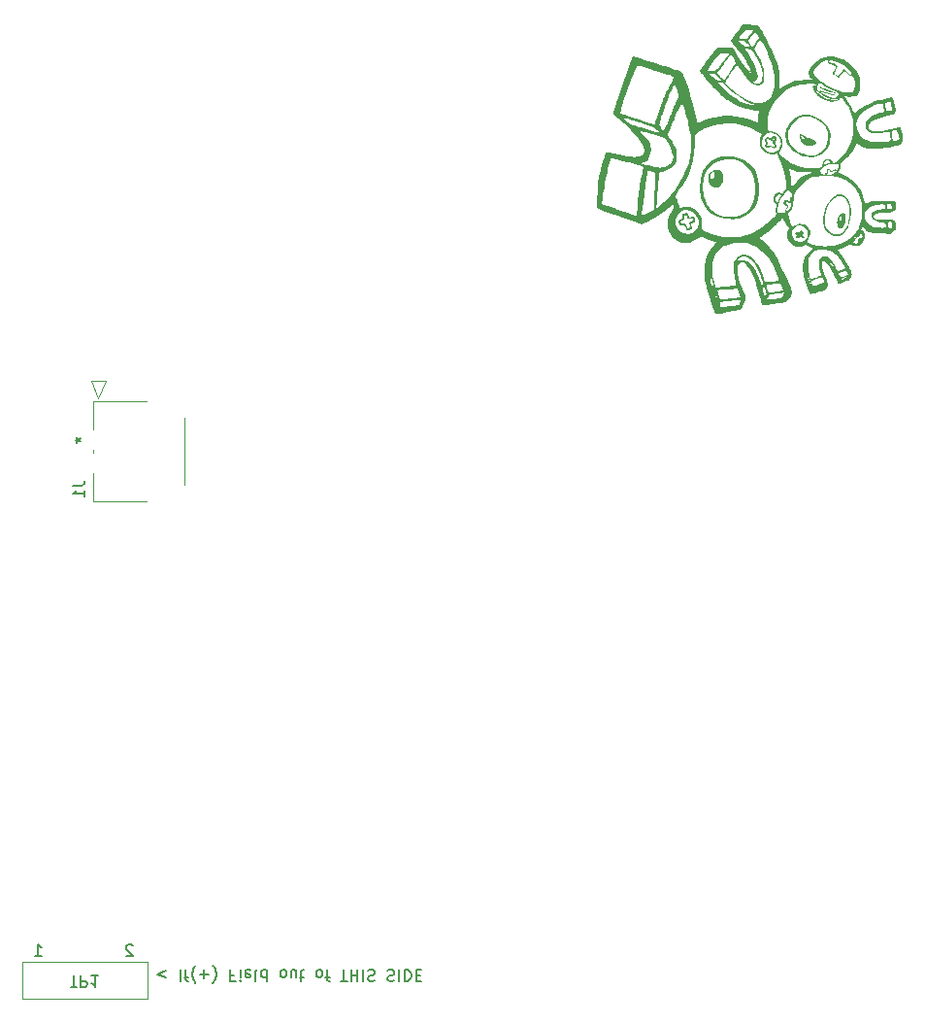
<source format=gbo>
%TF.GenerationSoftware,KiCad,Pcbnew,8.0.5*%
%TF.CreationDate,2024-12-03T17:55:48-08:00*%
%TF.ProjectId,Coil_Pannel_Z,436f696c-5f50-4616-9e6e-656c5f5a2e6b,1.0*%
%TF.SameCoordinates,Original*%
%TF.FileFunction,Legend,Bot*%
%TF.FilePolarity,Positive*%
%FSLAX46Y46*%
G04 Gerber Fmt 4.6, Leading zero omitted, Abs format (unit mm)*
G04 Created by KiCad (PCBNEW 8.0.5) date 2024-12-03 17:55:48*
%MOMM*%
%LPD*%
G01*
G04 APERTURE LIST*
%ADD10C,0.150000*%
%ADD11C,0.120000*%
%ADD12C,0.000000*%
%ADD13C,4.700000*%
%ADD14C,7.500000*%
%ADD15C,2.600000*%
%ADD16R,1.450000X1.100000*%
%ADD17R,2.899999X1.350000*%
G04 APERTURE END LIST*
D10*
X121764588Y-137014057D02*
X121716969Y-136966438D01*
X121716969Y-136966438D02*
X121621731Y-136918819D01*
X121621731Y-136918819D02*
X121383636Y-136918819D01*
X121383636Y-136918819D02*
X121288398Y-136966438D01*
X121288398Y-136966438D02*
X121240779Y-137014057D01*
X121240779Y-137014057D02*
X121193160Y-137109295D01*
X121193160Y-137109295D02*
X121193160Y-137204533D01*
X121193160Y-137204533D02*
X121240779Y-137347390D01*
X121240779Y-137347390D02*
X121812207Y-137918819D01*
X121812207Y-137918819D02*
X121193160Y-137918819D01*
X124681623Y-139798347D02*
X123919718Y-139512633D01*
X123919718Y-139512633D02*
X124681623Y-139226919D01*
X125919718Y-139131680D02*
X125919718Y-140131680D01*
X126253051Y-139798347D02*
X126634003Y-139798347D01*
X126395908Y-139131680D02*
X126395908Y-139988823D01*
X126395908Y-139988823D02*
X126443527Y-140084061D01*
X126443527Y-140084061D02*
X126538765Y-140131680D01*
X126538765Y-140131680D02*
X126634003Y-140131680D01*
X127253051Y-138750728D02*
X127205432Y-138798347D01*
X127205432Y-138798347D02*
X127110194Y-138941204D01*
X127110194Y-138941204D02*
X127062575Y-139036442D01*
X127062575Y-139036442D02*
X127014956Y-139179300D01*
X127014956Y-139179300D02*
X126967337Y-139417395D01*
X126967337Y-139417395D02*
X126967337Y-139607871D01*
X126967337Y-139607871D02*
X127014956Y-139845966D01*
X127014956Y-139845966D02*
X127062575Y-139988823D01*
X127062575Y-139988823D02*
X127110194Y-140084061D01*
X127110194Y-140084061D02*
X127205432Y-140226919D01*
X127205432Y-140226919D02*
X127253051Y-140274538D01*
X127634004Y-139512633D02*
X128395909Y-139512633D01*
X128014956Y-139131680D02*
X128014956Y-139893585D01*
X128776861Y-138750728D02*
X128824480Y-138798347D01*
X128824480Y-138798347D02*
X128919718Y-138941204D01*
X128919718Y-138941204D02*
X128967337Y-139036442D01*
X128967337Y-139036442D02*
X129014956Y-139179300D01*
X129014956Y-139179300D02*
X129062575Y-139417395D01*
X129062575Y-139417395D02*
X129062575Y-139607871D01*
X129062575Y-139607871D02*
X129014956Y-139845966D01*
X129014956Y-139845966D02*
X128967337Y-139988823D01*
X128967337Y-139988823D02*
X128919718Y-140084061D01*
X128919718Y-140084061D02*
X128824480Y-140226919D01*
X128824480Y-140226919D02*
X128776861Y-140274538D01*
X130634004Y-139655490D02*
X130300671Y-139655490D01*
X130300671Y-139131680D02*
X130300671Y-140131680D01*
X130300671Y-140131680D02*
X130776861Y-140131680D01*
X131157814Y-139131680D02*
X131157814Y-139798347D01*
X131157814Y-140131680D02*
X131110195Y-140084061D01*
X131110195Y-140084061D02*
X131157814Y-140036442D01*
X131157814Y-140036442D02*
X131205433Y-140084061D01*
X131205433Y-140084061D02*
X131157814Y-140131680D01*
X131157814Y-140131680D02*
X131157814Y-140036442D01*
X132014956Y-139179300D02*
X131919718Y-139131680D01*
X131919718Y-139131680D02*
X131729242Y-139131680D01*
X131729242Y-139131680D02*
X131634004Y-139179300D01*
X131634004Y-139179300D02*
X131586385Y-139274538D01*
X131586385Y-139274538D02*
X131586385Y-139655490D01*
X131586385Y-139655490D02*
X131634004Y-139750728D01*
X131634004Y-139750728D02*
X131729242Y-139798347D01*
X131729242Y-139798347D02*
X131919718Y-139798347D01*
X131919718Y-139798347D02*
X132014956Y-139750728D01*
X132014956Y-139750728D02*
X132062575Y-139655490D01*
X132062575Y-139655490D02*
X132062575Y-139560252D01*
X132062575Y-139560252D02*
X131586385Y-139465014D01*
X132634004Y-139131680D02*
X132538766Y-139179300D01*
X132538766Y-139179300D02*
X132491147Y-139274538D01*
X132491147Y-139274538D02*
X132491147Y-140131680D01*
X133443528Y-139131680D02*
X133443528Y-140131680D01*
X133443528Y-139179300D02*
X133348290Y-139131680D01*
X133348290Y-139131680D02*
X133157814Y-139131680D01*
X133157814Y-139131680D02*
X133062576Y-139179300D01*
X133062576Y-139179300D02*
X133014957Y-139226919D01*
X133014957Y-139226919D02*
X132967338Y-139322157D01*
X132967338Y-139322157D02*
X132967338Y-139607871D01*
X132967338Y-139607871D02*
X133014957Y-139703109D01*
X133014957Y-139703109D02*
X133062576Y-139750728D01*
X133062576Y-139750728D02*
X133157814Y-139798347D01*
X133157814Y-139798347D02*
X133348290Y-139798347D01*
X133348290Y-139798347D02*
X133443528Y-139750728D01*
X134824481Y-139131680D02*
X134729243Y-139179300D01*
X134729243Y-139179300D02*
X134681624Y-139226919D01*
X134681624Y-139226919D02*
X134634005Y-139322157D01*
X134634005Y-139322157D02*
X134634005Y-139607871D01*
X134634005Y-139607871D02*
X134681624Y-139703109D01*
X134681624Y-139703109D02*
X134729243Y-139750728D01*
X134729243Y-139750728D02*
X134824481Y-139798347D01*
X134824481Y-139798347D02*
X134967338Y-139798347D01*
X134967338Y-139798347D02*
X135062576Y-139750728D01*
X135062576Y-139750728D02*
X135110195Y-139703109D01*
X135110195Y-139703109D02*
X135157814Y-139607871D01*
X135157814Y-139607871D02*
X135157814Y-139322157D01*
X135157814Y-139322157D02*
X135110195Y-139226919D01*
X135110195Y-139226919D02*
X135062576Y-139179300D01*
X135062576Y-139179300D02*
X134967338Y-139131680D01*
X134967338Y-139131680D02*
X134824481Y-139131680D01*
X136014957Y-139798347D02*
X136014957Y-139131680D01*
X135586386Y-139798347D02*
X135586386Y-139274538D01*
X135586386Y-139274538D02*
X135634005Y-139179300D01*
X135634005Y-139179300D02*
X135729243Y-139131680D01*
X135729243Y-139131680D02*
X135872100Y-139131680D01*
X135872100Y-139131680D02*
X135967338Y-139179300D01*
X135967338Y-139179300D02*
X136014957Y-139226919D01*
X136348291Y-139798347D02*
X136729243Y-139798347D01*
X136491148Y-140131680D02*
X136491148Y-139274538D01*
X136491148Y-139274538D02*
X136538767Y-139179300D01*
X136538767Y-139179300D02*
X136634005Y-139131680D01*
X136634005Y-139131680D02*
X136729243Y-139131680D01*
X137967339Y-139131680D02*
X137872101Y-139179300D01*
X137872101Y-139179300D02*
X137824482Y-139226919D01*
X137824482Y-139226919D02*
X137776863Y-139322157D01*
X137776863Y-139322157D02*
X137776863Y-139607871D01*
X137776863Y-139607871D02*
X137824482Y-139703109D01*
X137824482Y-139703109D02*
X137872101Y-139750728D01*
X137872101Y-139750728D02*
X137967339Y-139798347D01*
X137967339Y-139798347D02*
X138110196Y-139798347D01*
X138110196Y-139798347D02*
X138205434Y-139750728D01*
X138205434Y-139750728D02*
X138253053Y-139703109D01*
X138253053Y-139703109D02*
X138300672Y-139607871D01*
X138300672Y-139607871D02*
X138300672Y-139322157D01*
X138300672Y-139322157D02*
X138253053Y-139226919D01*
X138253053Y-139226919D02*
X138205434Y-139179300D01*
X138205434Y-139179300D02*
X138110196Y-139131680D01*
X138110196Y-139131680D02*
X137967339Y-139131680D01*
X138586387Y-139798347D02*
X138967339Y-139798347D01*
X138729244Y-139131680D02*
X138729244Y-139988823D01*
X138729244Y-139988823D02*
X138776863Y-140084061D01*
X138776863Y-140084061D02*
X138872101Y-140131680D01*
X138872101Y-140131680D02*
X138967339Y-140131680D01*
X139919721Y-140131680D02*
X140491149Y-140131680D01*
X140205435Y-139131680D02*
X140205435Y-140131680D01*
X140824483Y-139131680D02*
X140824483Y-140131680D01*
X140824483Y-139655490D02*
X141395911Y-139655490D01*
X141395911Y-139131680D02*
X141395911Y-140131680D01*
X141872102Y-139131680D02*
X141872102Y-140131680D01*
X142300673Y-139179300D02*
X142443530Y-139131680D01*
X142443530Y-139131680D02*
X142681625Y-139131680D01*
X142681625Y-139131680D02*
X142776863Y-139179300D01*
X142776863Y-139179300D02*
X142824482Y-139226919D01*
X142824482Y-139226919D02*
X142872101Y-139322157D01*
X142872101Y-139322157D02*
X142872101Y-139417395D01*
X142872101Y-139417395D02*
X142824482Y-139512633D01*
X142824482Y-139512633D02*
X142776863Y-139560252D01*
X142776863Y-139560252D02*
X142681625Y-139607871D01*
X142681625Y-139607871D02*
X142491149Y-139655490D01*
X142491149Y-139655490D02*
X142395911Y-139703109D01*
X142395911Y-139703109D02*
X142348292Y-139750728D01*
X142348292Y-139750728D02*
X142300673Y-139845966D01*
X142300673Y-139845966D02*
X142300673Y-139941204D01*
X142300673Y-139941204D02*
X142348292Y-140036442D01*
X142348292Y-140036442D02*
X142395911Y-140084061D01*
X142395911Y-140084061D02*
X142491149Y-140131680D01*
X142491149Y-140131680D02*
X142729244Y-140131680D01*
X142729244Y-140131680D02*
X142872101Y-140084061D01*
X144014959Y-139179300D02*
X144157816Y-139131680D01*
X144157816Y-139131680D02*
X144395911Y-139131680D01*
X144395911Y-139131680D02*
X144491149Y-139179300D01*
X144491149Y-139179300D02*
X144538768Y-139226919D01*
X144538768Y-139226919D02*
X144586387Y-139322157D01*
X144586387Y-139322157D02*
X144586387Y-139417395D01*
X144586387Y-139417395D02*
X144538768Y-139512633D01*
X144538768Y-139512633D02*
X144491149Y-139560252D01*
X144491149Y-139560252D02*
X144395911Y-139607871D01*
X144395911Y-139607871D02*
X144205435Y-139655490D01*
X144205435Y-139655490D02*
X144110197Y-139703109D01*
X144110197Y-139703109D02*
X144062578Y-139750728D01*
X144062578Y-139750728D02*
X144014959Y-139845966D01*
X144014959Y-139845966D02*
X144014959Y-139941204D01*
X144014959Y-139941204D02*
X144062578Y-140036442D01*
X144062578Y-140036442D02*
X144110197Y-140084061D01*
X144110197Y-140084061D02*
X144205435Y-140131680D01*
X144205435Y-140131680D02*
X144443530Y-140131680D01*
X144443530Y-140131680D02*
X144586387Y-140084061D01*
X145014959Y-139131680D02*
X145014959Y-140131680D01*
X145491149Y-139131680D02*
X145491149Y-140131680D01*
X145491149Y-140131680D02*
X145729244Y-140131680D01*
X145729244Y-140131680D02*
X145872101Y-140084061D01*
X145872101Y-140084061D02*
X145967339Y-139988823D01*
X145967339Y-139988823D02*
X146014958Y-139893585D01*
X146014958Y-139893585D02*
X146062577Y-139703109D01*
X146062577Y-139703109D02*
X146062577Y-139560252D01*
X146062577Y-139560252D02*
X146014958Y-139369776D01*
X146014958Y-139369776D02*
X145967339Y-139274538D01*
X145967339Y-139274538D02*
X145872101Y-139179300D01*
X145872101Y-139179300D02*
X145729244Y-139131680D01*
X145729244Y-139131680D02*
X145491149Y-139131680D01*
X146491149Y-139655490D02*
X146824482Y-139655490D01*
X146967339Y-139131680D02*
X146491149Y-139131680D01*
X146491149Y-139131680D02*
X146491149Y-140131680D01*
X146491149Y-140131680D02*
X146967339Y-140131680D01*
X113255660Y-137918819D02*
X113827088Y-137918819D01*
X113541374Y-137918819D02*
X113541374Y-136918819D01*
X113541374Y-136918819D02*
X113636612Y-137061676D01*
X113636612Y-137061676D02*
X113731850Y-137156914D01*
X113731850Y-137156914D02*
X113827088Y-137204533D01*
X116342095Y-140619180D02*
X116913523Y-140619180D01*
X116627809Y-139619180D02*
X116627809Y-140619180D01*
X117246857Y-139619180D02*
X117246857Y-140619180D01*
X117246857Y-140619180D02*
X117627809Y-140619180D01*
X117627809Y-140619180D02*
X117723047Y-140571561D01*
X117723047Y-140571561D02*
X117770666Y-140523942D01*
X117770666Y-140523942D02*
X117818285Y-140428704D01*
X117818285Y-140428704D02*
X117818285Y-140285847D01*
X117818285Y-140285847D02*
X117770666Y-140190609D01*
X117770666Y-140190609D02*
X117723047Y-140142990D01*
X117723047Y-140142990D02*
X117627809Y-140095371D01*
X117627809Y-140095371D02*
X117246857Y-140095371D01*
X118770666Y-139619180D02*
X118199238Y-139619180D01*
X118484952Y-139619180D02*
X118484952Y-140619180D01*
X118484952Y-140619180D02*
X118389714Y-140476323D01*
X118389714Y-140476323D02*
X118294476Y-140381085D01*
X118294476Y-140381085D02*
X118199238Y-140333466D01*
X116583819Y-96917169D02*
X117298104Y-96917169D01*
X117298104Y-96917169D02*
X117440961Y-96869550D01*
X117440961Y-96869550D02*
X117536200Y-96774312D01*
X117536200Y-96774312D02*
X117583819Y-96631455D01*
X117583819Y-96631455D02*
X117583819Y-96536217D01*
X117583819Y-97917169D02*
X117583819Y-97345741D01*
X117583819Y-97631455D02*
X116583819Y-97631455D01*
X116583819Y-97631455D02*
X116726676Y-97536217D01*
X116726676Y-97536217D02*
X116821914Y-97440979D01*
X116821914Y-97440979D02*
X116869533Y-97345741D01*
X116778820Y-92955501D02*
X117016915Y-92955501D01*
X116921677Y-92717406D02*
X117016915Y-92955501D01*
X117016915Y-92955501D02*
X116921677Y-93193596D01*
X117207391Y-92812644D02*
X117016915Y-92955501D01*
X117016915Y-92955501D02*
X117207391Y-93098358D01*
D11*
X112184000Y-138474000D02*
X123084000Y-138474000D01*
X112184000Y-141674000D02*
X112184000Y-138474000D01*
X123084000Y-138474000D02*
X123084000Y-141674000D01*
X123084000Y-141674000D02*
X112184000Y-141674000D01*
X118119001Y-87792509D02*
X119389001Y-87792509D01*
X118329001Y-89570509D02*
X118329001Y-92075461D01*
X118329001Y-93815541D02*
X118329001Y-94075462D01*
X118329001Y-95815542D02*
X118329001Y-98320492D01*
X118329001Y-98320492D02*
X122958961Y-98320492D01*
X118754001Y-89316509D02*
X118119001Y-87792509D01*
X119389001Y-87792509D02*
X118754001Y-89316509D01*
X122958961Y-89570509D02*
X118329001Y-89570509D01*
X126279001Y-96861482D02*
X126279001Y-91029519D01*
D12*
G36*
X181763757Y-62165147D02*
G01*
X181877838Y-62228793D01*
X181890333Y-62236174D01*
X182004861Y-62293184D01*
X182168759Y-62363599D01*
X182362012Y-62439175D01*
X182564605Y-62511668D01*
X182619731Y-62530505D01*
X182803777Y-62594766D01*
X182961306Y-62651801D01*
X183077070Y-62696002D01*
X183135820Y-62721758D01*
X183149247Y-62729864D01*
X183175821Y-62753944D01*
X183143771Y-62756853D01*
X183049664Y-62737942D01*
X182890066Y-62696563D01*
X182661544Y-62632065D01*
X182654972Y-62630166D01*
X182366280Y-62542911D01*
X182143189Y-62466339D01*
X181976715Y-62396702D01*
X181857875Y-62330250D01*
X181777685Y-62263235D01*
X181770607Y-62255584D01*
X181709108Y-62178898D01*
X181707169Y-62148633D01*
X181763757Y-62165147D01*
G37*
G36*
X180171097Y-74673821D02*
G01*
X180246086Y-74760675D01*
X180298482Y-74841255D01*
X180311199Y-74909059D01*
X180284594Y-74994267D01*
X180261792Y-75056181D01*
X180260019Y-75114396D01*
X180300264Y-75157293D01*
X180333394Y-75190001D01*
X180363678Y-75270490D01*
X180338733Y-75341567D01*
X180311351Y-75360597D01*
X180254055Y-75360479D01*
X180156489Y-75322771D01*
X180119158Y-75308337D01*
X180027335Y-75299786D01*
X179905391Y-75329453D01*
X179872615Y-75340067D01*
X179785033Y-75360713D01*
X179728059Y-75348382D01*
X179669904Y-75298958D01*
X179623652Y-75249318D01*
X179613821Y-75215272D01*
X179654999Y-75192095D01*
X179660622Y-75189880D01*
X179692877Y-75166798D01*
X179679791Y-75128480D01*
X179616118Y-75056645D01*
X179510781Y-74946697D01*
X179588347Y-74869130D01*
X179628812Y-74832594D01*
X179688646Y-74812196D01*
X179771509Y-74839676D01*
X179793992Y-74849621D01*
X179857498Y-74865909D01*
X179909324Y-74841196D01*
X179977809Y-74765259D01*
X180041484Y-74693914D01*
X180109289Y-74651458D01*
X180171097Y-74673821D01*
G37*
G36*
X173273871Y-70113858D02*
G01*
X173277556Y-70211407D01*
X173273179Y-70353070D01*
X173250217Y-70466101D01*
X173204123Y-70580940D01*
X173142137Y-70689852D01*
X172989108Y-70851312D01*
X172793955Y-70951387D01*
X172710204Y-70967667D01*
X172534687Y-70950248D01*
X172358362Y-70874986D01*
X172198642Y-70750700D01*
X172072941Y-70586210D01*
X172017356Y-70443457D01*
X171987460Y-70242404D01*
X171996937Y-70037369D01*
X172014259Y-69976729D01*
X172139205Y-69976729D01*
X172178054Y-70114285D01*
X172219546Y-70158571D01*
X172305435Y-70187943D01*
X172348711Y-70182552D01*
X172444912Y-70125787D01*
X172513711Y-70023791D01*
X172548094Y-69897346D01*
X172541049Y-69767229D01*
X172485563Y-69654221D01*
X172405970Y-69559608D01*
X172272301Y-69701852D01*
X172172728Y-69838598D01*
X172139205Y-69976729D01*
X172014259Y-69976729D01*
X172046999Y-69862115D01*
X172133811Y-69720117D01*
X172282752Y-69568722D01*
X172458668Y-69460689D01*
X172646582Y-69402348D01*
X172831519Y-69400026D01*
X172998502Y-69460052D01*
X173053605Y-69499920D01*
X173166612Y-69642924D01*
X173239651Y-69846659D01*
X173246142Y-69897346D01*
X173273871Y-70113858D01*
G37*
G36*
X183974558Y-73527311D02*
G01*
X183976569Y-73588428D01*
X183965153Y-73798045D01*
X183929776Y-74007646D01*
X183875357Y-74202000D01*
X183806815Y-74365881D01*
X183729068Y-74484058D01*
X183647036Y-74541305D01*
X183642995Y-74542366D01*
X183560042Y-74559355D01*
X183496754Y-74550428D01*
X183410105Y-74509878D01*
X183360889Y-74476739D01*
X183277176Y-74362461D01*
X183232527Y-74207319D01*
X183223481Y-74025833D01*
X183246576Y-73832527D01*
X183275760Y-73725088D01*
X183411180Y-73725088D01*
X183414152Y-73801155D01*
X183436133Y-73901041D01*
X183479340Y-73928093D01*
X183543600Y-73882106D01*
X183574331Y-73830289D01*
X183606870Y-73730647D01*
X183629504Y-73613959D01*
X183639283Y-73502737D01*
X183633258Y-73419494D01*
X183608481Y-73386744D01*
X183607687Y-73386751D01*
X183542909Y-73420936D01*
X183479001Y-73505121D01*
X183430309Y-73614706D01*
X183411180Y-73725088D01*
X183275760Y-73725088D01*
X183298351Y-73641920D01*
X183375345Y-73468534D01*
X183474098Y-73326892D01*
X183591148Y-73231514D01*
X183723034Y-73196922D01*
X183772693Y-73198282D01*
X183869147Y-73216749D01*
X183927664Y-73268183D01*
X183959163Y-73366924D01*
X183972199Y-73502737D01*
X183974558Y-73527311D01*
G37*
G36*
X180772795Y-66652298D02*
G01*
X180962533Y-66750455D01*
X181136059Y-66842527D01*
X181281481Y-66922496D01*
X181386906Y-66984342D01*
X181440441Y-67022045D01*
X181444643Y-67029143D01*
X181424473Y-67077673D01*
X181352899Y-67148394D01*
X181242649Y-67230249D01*
X181106450Y-67312183D01*
X181090602Y-67320203D01*
X180953808Y-67357419D01*
X180763878Y-67361131D01*
X180660017Y-67349304D01*
X180431295Y-67272473D01*
X180239480Y-67130275D01*
X180090032Y-66926233D01*
X180076813Y-66900224D01*
X180025647Y-66769272D01*
X179983837Y-66618275D01*
X179955919Y-66470000D01*
X179951221Y-66409247D01*
X180067506Y-66409247D01*
X180076972Y-66479093D01*
X180100360Y-66584661D01*
X180134645Y-66694535D01*
X180173772Y-66747171D01*
X180231284Y-66760657D01*
X180261272Y-66757340D01*
X180335855Y-66706083D01*
X180364120Y-66606592D01*
X180363689Y-66603777D01*
X180330471Y-66563526D01*
X180260956Y-66505710D01*
X180178625Y-66447167D01*
X180106960Y-66404739D01*
X180069443Y-66395265D01*
X180067506Y-66409247D01*
X179951221Y-66409247D01*
X179946425Y-66347217D01*
X179959890Y-66272691D01*
X179959910Y-66272661D01*
X179997172Y-66280920D01*
X180089579Y-66319210D01*
X180225237Y-66381513D01*
X180392254Y-66461807D01*
X180578738Y-66554076D01*
X180682494Y-66606592D01*
X180772795Y-66652298D01*
G37*
G36*
X184440571Y-73217451D02*
G01*
X184399694Y-73635592D01*
X184309492Y-74039950D01*
X184172662Y-74406870D01*
X184120210Y-74514165D01*
X183971876Y-74764161D01*
X183811814Y-74951680D01*
X183630200Y-75086767D01*
X183417209Y-75179470D01*
X183414264Y-75180410D01*
X183215469Y-75206228D01*
X182993820Y-75172659D01*
X182765124Y-75085685D01*
X182545187Y-74951289D01*
X182349818Y-74775454D01*
X182336660Y-74760939D01*
X182206817Y-74597822D01*
X182116351Y-74433268D01*
X182059457Y-74249031D01*
X182030330Y-74026862D01*
X182028941Y-73972875D01*
X182139226Y-73972875D01*
X182146438Y-74099888D01*
X182165866Y-74200871D01*
X182202161Y-74300412D01*
X182259977Y-74423097D01*
X182382675Y-74627870D01*
X182560584Y-74814698D01*
X182793829Y-74963923D01*
X182919747Y-75014979D01*
X183154305Y-75050449D01*
X183392903Y-75018748D01*
X183621328Y-74922620D01*
X183825370Y-74764806D01*
X183901866Y-74681399D01*
X184048150Y-74468380D01*
X184158797Y-74215563D01*
X184236119Y-73915038D01*
X184282425Y-73558893D01*
X184300026Y-73139218D01*
X184300267Y-73102862D01*
X184293964Y-72812011D01*
X184269610Y-72576735D01*
X184223261Y-72379615D01*
X184150968Y-72203227D01*
X184048785Y-72030150D01*
X183991837Y-71952863D01*
X183822203Y-71795100D01*
X183631036Y-71707617D01*
X183423740Y-71690296D01*
X183205718Y-71743020D01*
X182982372Y-71865672D01*
X182759106Y-72058135D01*
X182677574Y-72150252D01*
X182503346Y-72410671D01*
X182356501Y-72721181D01*
X182242980Y-73065195D01*
X182168723Y-73426126D01*
X182139674Y-73787388D01*
X182139576Y-73795246D01*
X182139226Y-73972875D01*
X182028941Y-73972875D01*
X182023167Y-73748513D01*
X182025118Y-73606818D01*
X182034095Y-73436531D01*
X182054575Y-73293051D01*
X182091348Y-73146714D01*
X182149202Y-72967854D01*
X182199738Y-72827335D01*
X182365308Y-72451315D01*
X182552634Y-72137628D01*
X182759230Y-71888924D01*
X182982610Y-71707856D01*
X183220290Y-71597074D01*
X183469783Y-71559230D01*
X183610711Y-71574621D01*
X183817815Y-71655912D01*
X184006461Y-71800025D01*
X184169150Y-71999023D01*
X184298384Y-72244968D01*
X184386667Y-72529923D01*
X184429426Y-72809178D01*
X184437443Y-73102862D01*
X184440571Y-73217451D01*
G37*
G36*
X182634238Y-66773902D02*
G01*
X182552237Y-67130617D01*
X182550881Y-67134644D01*
X182399040Y-67486437D01*
X182201713Y-67778274D01*
X181959969Y-68009131D01*
X181674879Y-68177985D01*
X181347512Y-68283811D01*
X181299681Y-68292094D01*
X181120568Y-68305406D01*
X180903109Y-68303785D01*
X180674034Y-68288732D01*
X180460074Y-68261748D01*
X180287958Y-68224333D01*
X180053883Y-68137140D01*
X179764758Y-67986606D01*
X179484163Y-67798502D01*
X179228721Y-67585502D01*
X179015056Y-67360279D01*
X178859791Y-67135507D01*
X178836659Y-67092080D01*
X178790066Y-66988144D01*
X178760909Y-66881642D01*
X178743765Y-66748046D01*
X178733213Y-66562826D01*
X178728956Y-66392798D01*
X178730865Y-66345426D01*
X178936817Y-66345426D01*
X178941699Y-66644751D01*
X179008990Y-66935828D01*
X179143055Y-67209180D01*
X179174560Y-67255522D01*
X179372279Y-67481659D01*
X179625170Y-67691749D01*
X179915785Y-67874507D01*
X180226678Y-68018651D01*
X180540401Y-68112896D01*
X180627103Y-68129979D01*
X180952206Y-68165627D01*
X181239414Y-68144818D01*
X181501421Y-68065594D01*
X181750919Y-67925993D01*
X181806072Y-67885877D01*
X182034559Y-67665445D01*
X182215569Y-67397908D01*
X182345868Y-67095917D01*
X182422220Y-66772127D01*
X182441393Y-66439189D01*
X182400151Y-66109757D01*
X182295261Y-65796482D01*
X182247172Y-65704919D01*
X182083019Y-65484462D01*
X181864034Y-65276230D01*
X181605264Y-65091599D01*
X181321752Y-64941947D01*
X181028546Y-64838650D01*
X180910204Y-64811864D01*
X180581089Y-64783044D01*
X180242232Y-64823298D01*
X179973643Y-64906897D01*
X179695747Y-65056724D01*
X179454067Y-65255156D01*
X179252968Y-65492718D01*
X179096817Y-65759934D01*
X178989978Y-66047329D01*
X178936817Y-66345426D01*
X178730865Y-66345426D01*
X178735685Y-66225811D01*
X178758800Y-66077213D01*
X178801637Y-65915449D01*
X178916910Y-65621183D01*
X179105930Y-65316759D01*
X179346101Y-65062968D01*
X179630899Y-64864216D01*
X179953798Y-64724906D01*
X180308276Y-64649442D01*
X180687808Y-64642228D01*
X181074379Y-64700448D01*
X181438223Y-64823776D01*
X181770367Y-65014365D01*
X182078024Y-65275500D01*
X182226974Y-65439508D01*
X182436451Y-65748955D01*
X182575030Y-66077931D01*
X182641397Y-66421293D01*
X182641034Y-66439189D01*
X182634238Y-66773902D01*
G37*
G36*
X177953325Y-67366290D02*
G01*
X177895250Y-67461841D01*
X177774615Y-67532960D01*
X177734098Y-67541706D01*
X177610571Y-67520409D01*
X177473301Y-67440050D01*
X177406315Y-67393540D01*
X177359471Y-67395435D01*
X177296010Y-67448551D01*
X177270350Y-67470352D01*
X177189415Y-67502271D01*
X177102995Y-67471388D01*
X176998031Y-67374455D01*
X176957696Y-67324639D01*
X176949276Y-67273319D01*
X176988936Y-67200904D01*
X177038905Y-67103459D01*
X177040002Y-67014280D01*
X176974915Y-66951062D01*
X176950007Y-66935456D01*
X176905551Y-66866886D01*
X176923248Y-66789173D01*
X177059413Y-66789173D01*
X177070624Y-66838165D01*
X177125902Y-66919318D01*
X177149280Y-66951294D01*
X177190496Y-67021286D01*
X177189742Y-67077483D01*
X177150679Y-67154688D01*
X177114177Y-67225283D01*
X177108326Y-67278665D01*
X177143244Y-67326116D01*
X177172304Y-67352006D01*
X177216761Y-67359733D01*
X177278532Y-67313764D01*
X177296778Y-67297973D01*
X177364887Y-67264687D01*
X177441561Y-67287167D01*
X177505624Y-67323050D01*
X177605403Y-67388164D01*
X177611506Y-67392494D01*
X177690572Y-67419309D01*
X177746307Y-67391149D01*
X177771205Y-67326382D01*
X177757756Y-67243379D01*
X177698453Y-67160507D01*
X177635866Y-67074303D01*
X177634113Y-66966886D01*
X177702938Y-66838897D01*
X177712633Y-66825208D01*
X177754449Y-66743506D01*
X177757812Y-66688115D01*
X177704418Y-66648103D01*
X177637464Y-66669431D01*
X177576478Y-66750671D01*
X177556754Y-66786719D01*
X177480372Y-66857125D01*
X177386519Y-66853416D01*
X177275269Y-66775584D01*
X177252356Y-66753827D01*
X177188219Y-66701546D01*
X177145715Y-66696727D01*
X177100083Y-66733411D01*
X177088505Y-66745234D01*
X177059413Y-66789173D01*
X176923248Y-66789173D01*
X176927074Y-66772374D01*
X177015224Y-66647038D01*
X177026714Y-66633687D01*
X177097201Y-66561380D01*
X177146454Y-66540551D01*
X177194561Y-66561632D01*
X177219030Y-66579019D01*
X177331731Y-66650148D01*
X177410602Y-66671865D01*
X177475861Y-66644573D01*
X177547725Y-66568675D01*
X177655528Y-66436969D01*
X177793860Y-66511022D01*
X177897916Y-66575448D01*
X177969552Y-66655538D01*
X177972404Y-66740757D01*
X177910033Y-66841227D01*
X177903465Y-66849131D01*
X177828226Y-66972544D01*
X177823563Y-67079402D01*
X177888858Y-67179548D01*
X177944387Y-67260087D01*
X177949966Y-67326382D01*
X177953325Y-67366290D01*
G37*
G36*
X170849252Y-73821157D02*
G01*
X170859741Y-73913364D01*
X170851494Y-73961059D01*
X170838965Y-73968411D01*
X170767661Y-73996396D01*
X170662996Y-74029229D01*
X170643676Y-74034818D01*
X170551058Y-74069747D01*
X170510269Y-74113685D01*
X170501152Y-74186181D01*
X170511486Y-74279505D01*
X170545986Y-74395504D01*
X170563989Y-74451268D01*
X170549435Y-74530986D01*
X170472301Y-74598954D01*
X170325864Y-74663348D01*
X170292081Y-74675214D01*
X170201477Y-74705120D01*
X170153566Y-74717906D01*
X170108857Y-74694197D01*
X170060472Y-74609881D01*
X170024062Y-74480251D01*
X170021171Y-74465992D01*
X169983577Y-74348474D01*
X169934004Y-74258171D01*
X169906458Y-74225976D01*
X169866272Y-74200679D01*
X169808786Y-74207705D01*
X169707518Y-74245582D01*
X169659574Y-74263660D01*
X169558788Y-74287336D01*
X169503262Y-74270054D01*
X169472507Y-74216656D01*
X169435678Y-74113920D01*
X169403682Y-73994028D01*
X169396222Y-73952722D01*
X169594613Y-73952722D01*
X169600131Y-73987715D01*
X169624047Y-74032170D01*
X169682641Y-74054080D01*
X169796654Y-74064966D01*
X169928450Y-74079065D01*
X170013433Y-74113564D01*
X170064410Y-74185318D01*
X170102965Y-74311714D01*
X170116718Y-74358345D01*
X170176279Y-74458885D01*
X170258091Y-74488317D01*
X170358868Y-74444928D01*
X170390900Y-74415336D01*
X170406985Y-74358928D01*
X170387153Y-74262858D01*
X170386162Y-74259410D01*
X170352530Y-74115001D01*
X170356480Y-74020981D01*
X170404018Y-73958743D01*
X170501152Y-73909677D01*
X170581396Y-73873212D01*
X170638577Y-73822185D01*
X170653476Y-73751577D01*
X170650661Y-73704374D01*
X170628788Y-73669838D01*
X170568783Y-73655901D01*
X170451647Y-73653311D01*
X170410433Y-73652670D01*
X170265743Y-73632844D01*
X170184082Y-73582539D01*
X170158423Y-73498034D01*
X170143201Y-73434744D01*
X170074165Y-73379053D01*
X169963045Y-73374650D01*
X169921979Y-73384523D01*
X169882984Y-73412031D01*
X169868120Y-73472747D01*
X169867843Y-73588064D01*
X169872816Y-73782243D01*
X169727896Y-73817263D01*
X169635995Y-73845759D01*
X169596568Y-73884701D01*
X169594613Y-73952722D01*
X169396222Y-73952722D01*
X169384228Y-73886312D01*
X169385023Y-73820107D01*
X169393980Y-73808501D01*
X169458815Y-73773551D01*
X169560822Y-73743345D01*
X169720492Y-73709233D01*
X169707691Y-73512355D01*
X169702727Y-73402821D01*
X169714993Y-73332511D01*
X169759121Y-73286205D01*
X169848978Y-73236868D01*
X169912826Y-73206911D01*
X170067441Y-73163657D01*
X170180204Y-73182137D01*
X170249238Y-73261624D01*
X170272666Y-73401389D01*
X170274896Y-73434837D01*
X170314532Y-73513012D01*
X170408109Y-73546694D01*
X170561350Y-73538601D01*
X170571186Y-73537156D01*
X170699041Y-73530987D01*
X170766033Y-73556078D01*
X170795344Y-73613541D01*
X170825846Y-73712022D01*
X170834329Y-73751577D01*
X170849252Y-73821157D01*
G37*
G36*
X176402232Y-71137753D02*
G01*
X176395205Y-71421007D01*
X176376511Y-71676889D01*
X176346143Y-71881454D01*
X176313744Y-72010669D01*
X176202344Y-72319363D01*
X176051694Y-72620201D01*
X175877745Y-72879207D01*
X175734079Y-73035514D01*
X175487503Y-73240699D01*
X175201378Y-73425099D01*
X174896797Y-73575563D01*
X174594855Y-73678944D01*
X174576701Y-73683322D01*
X174396957Y-73708515D01*
X174167428Y-73717892D01*
X173909833Y-73712415D01*
X173645893Y-73693048D01*
X173397328Y-73660752D01*
X173185859Y-73616492D01*
X173015953Y-73566669D01*
X172615284Y-73408505D01*
X172269737Y-73206171D01*
X171971599Y-72955466D01*
X171815290Y-72787234D01*
X171628828Y-72532584D01*
X171485030Y-72251280D01*
X171369941Y-71919290D01*
X171368401Y-71913940D01*
X171335928Y-71791818D01*
X171312748Y-71676325D01*
X171297383Y-71550905D01*
X171288356Y-71399007D01*
X171284190Y-71204078D01*
X171283407Y-70949563D01*
X171284094Y-70845322D01*
X171533553Y-70845322D01*
X171541024Y-71100235D01*
X171559183Y-71395200D01*
X171591614Y-71659400D01*
X171641898Y-71887780D01*
X171714670Y-72101000D01*
X171814564Y-72319722D01*
X171859956Y-72405724D01*
X172080871Y-72734188D01*
X172349050Y-73004599D01*
X172666501Y-73218377D01*
X173035235Y-73376946D01*
X173457262Y-73481725D01*
X173509605Y-73490481D01*
X173956862Y-73532194D01*
X174366361Y-73508280D01*
X174737546Y-73418990D01*
X175069859Y-73264575D01*
X175362744Y-73045287D01*
X175615642Y-72761376D01*
X175827997Y-72413095D01*
X175915174Y-72210932D01*
X176016086Y-71864824D01*
X176079459Y-71485919D01*
X176103267Y-71095374D01*
X176085486Y-70714348D01*
X176024091Y-70364001D01*
X176002597Y-70285797D01*
X175873670Y-69940901D01*
X175696809Y-69606945D01*
X175481967Y-69296968D01*
X175239098Y-69024010D01*
X174978157Y-68801112D01*
X174709098Y-68641313D01*
X174555079Y-68582824D01*
X174267939Y-68516967D01*
X173944619Y-68485779D01*
X173605791Y-68492055D01*
X173510541Y-68500852D01*
X173090418Y-68580089D01*
X172714486Y-68720444D01*
X172385222Y-68919748D01*
X172105104Y-69175832D01*
X171876606Y-69486525D01*
X171702206Y-69849658D01*
X171584381Y-70263060D01*
X171577605Y-70297381D01*
X171550617Y-70467590D01*
X171536342Y-70642339D01*
X171533553Y-70845322D01*
X171284094Y-70845322D01*
X171284717Y-70750908D01*
X171290963Y-70505278D01*
X171303273Y-70311506D01*
X171322695Y-70155054D01*
X171350275Y-70021384D01*
X171380055Y-69913188D01*
X171535000Y-69519871D01*
X171749696Y-69167309D01*
X172018376Y-68861271D01*
X172335274Y-68607528D01*
X172694623Y-68411848D01*
X173090657Y-68280003D01*
X173248679Y-68253911D01*
X173479284Y-68236974D01*
X173738616Y-68233644D01*
X174002030Y-68243531D01*
X174244883Y-68266244D01*
X174442531Y-68301393D01*
X174757824Y-68398854D01*
X175150620Y-68584807D01*
X175495993Y-68828710D01*
X175791064Y-69127502D01*
X176032952Y-69478126D01*
X176218778Y-69877521D01*
X176345660Y-70322629D01*
X176353394Y-70363199D01*
X176381320Y-70584905D01*
X176397602Y-70851071D01*
X176401548Y-71095374D01*
X176402232Y-71137753D01*
G37*
G36*
X176713796Y-57433088D02*
G01*
X176851183Y-57676994D01*
X176970805Y-57895489D01*
X176997899Y-57944977D01*
X177148666Y-58227776D01*
X177298206Y-58516129D01*
X177511401Y-58946317D01*
X177700659Y-59361061D01*
X177856129Y-59744328D01*
X177983957Y-60111334D01*
X178090290Y-60477299D01*
X178125265Y-60613055D01*
X178157213Y-60751939D01*
X178179572Y-60879746D01*
X178194142Y-61013923D01*
X178202723Y-61171918D01*
X178207115Y-61371179D01*
X178209117Y-61629151D01*
X178209152Y-61636342D01*
X178210757Y-61859369D01*
X178211874Y-61951322D01*
X178213114Y-62053343D01*
X178216004Y-62206485D01*
X178219205Y-62307020D01*
X178222497Y-62343169D01*
X178223018Y-62343070D01*
X178260649Y-62320734D01*
X178343045Y-62266869D01*
X178453434Y-62192422D01*
X178521655Y-62146746D01*
X178864634Y-61946221D01*
X179212725Y-61795307D01*
X179582140Y-61689123D01*
X179989094Y-61622787D01*
X180449802Y-61591419D01*
X180671354Y-61583077D01*
X180854225Y-61571894D01*
X180972945Y-61557632D01*
X181033872Y-61539068D01*
X181043363Y-61514979D01*
X181007773Y-61484143D01*
X180983781Y-61461436D01*
X180924968Y-61386653D01*
X180855450Y-61284035D01*
X180821762Y-61227676D01*
X180755706Y-61067528D01*
X180750283Y-60973294D01*
X181147009Y-60973294D01*
X181221959Y-61112468D01*
X181285164Y-61214744D01*
X181462964Y-61427962D01*
X181698573Y-61644660D01*
X181980585Y-61857838D01*
X182297593Y-62060493D01*
X182638191Y-62245624D01*
X182990971Y-62406230D01*
X183344528Y-62535308D01*
X183687454Y-62625856D01*
X183857995Y-62654186D01*
X184071007Y-62677175D01*
X184259911Y-62685994D01*
X184346804Y-62684907D01*
X184483958Y-62671318D01*
X184578139Y-62632111D01*
X184642506Y-62554802D01*
X184690221Y-62426912D01*
X184734445Y-62235957D01*
X184757424Y-62116608D01*
X184776480Y-61964957D01*
X184775146Y-61830018D01*
X184754669Y-61677361D01*
X184727439Y-61549656D01*
X184687715Y-61416795D01*
X184648049Y-61328502D01*
X184608743Y-61277343D01*
X184548604Y-61247755D01*
X184451601Y-61256613D01*
X184380841Y-61266659D01*
X184324540Y-61255306D01*
X184298963Y-61206459D01*
X184275454Y-61169871D01*
X184209576Y-61099397D01*
X184117842Y-61013310D01*
X184016295Y-60925405D01*
X183920974Y-60849475D01*
X183847920Y-60799313D01*
X183813174Y-60788715D01*
X183804614Y-60800882D01*
X183760941Y-60863785D01*
X183689513Y-60967012D01*
X183600333Y-61096114D01*
X183549141Y-61169290D01*
X183466137Y-61283324D01*
X183404587Y-61361827D01*
X183375046Y-61390985D01*
X183337136Y-61374950D01*
X183254283Y-61326562D01*
X183146138Y-61257686D01*
X183030722Y-61180419D01*
X182926058Y-61106853D01*
X182850170Y-61049086D01*
X182821078Y-61019211D01*
X182826256Y-60997972D01*
X182860202Y-60919916D01*
X182914543Y-60814302D01*
X182976000Y-60705215D01*
X183031293Y-60616736D01*
X183067144Y-60572949D01*
X183091212Y-60538496D01*
X183105949Y-60458747D01*
X183105378Y-60443716D01*
X183085205Y-60389340D01*
X183024036Y-60343789D01*
X182905403Y-60293494D01*
X182833693Y-60267551D01*
X182675943Y-60214745D01*
X182539862Y-60174032D01*
X182469029Y-60154103D01*
X182405673Y-60124467D01*
X182388449Y-60078250D01*
X182400400Y-59993501D01*
X182402736Y-59981051D01*
X182496654Y-59981051D01*
X182516710Y-60040183D01*
X182590428Y-60058408D01*
X182660267Y-60067083D01*
X182795805Y-60103748D01*
X182947982Y-60159113D01*
X183087656Y-60222225D01*
X183185686Y-60282131D01*
X183268545Y-60349226D01*
X183111085Y-60698922D01*
X183065631Y-60800679D01*
X183007870Y-60932826D01*
X182968303Y-61027027D01*
X182953626Y-61067606D01*
X182961256Y-61076799D01*
X183014261Y-61086594D01*
X183014293Y-61086594D01*
X183085554Y-61108980D01*
X183171720Y-61162756D01*
X183246894Y-61216590D01*
X183304743Y-61230079D01*
X183360399Y-61191805D01*
X183436306Y-61096114D01*
X183471367Y-61049283D01*
X183571591Y-60918443D01*
X183670838Y-60792051D01*
X183799624Y-60630791D01*
X183970315Y-60753372D01*
X184035928Y-60803785D01*
X184128283Y-60887060D01*
X184181666Y-60951927D01*
X184202950Y-60989034D01*
X184293016Y-61091628D01*
X184395735Y-61124675D01*
X184435697Y-61121584D01*
X184490825Y-61086791D01*
X184484597Y-61011304D01*
X184417250Y-60892593D01*
X184204737Y-60639136D01*
X183925602Y-60396775D01*
X183605255Y-60188452D01*
X183261062Y-60025389D01*
X182910391Y-59918809D01*
X182836536Y-59903692D01*
X182673419Y-59879423D01*
X182568808Y-59883262D01*
X182513091Y-59916656D01*
X182496654Y-59981051D01*
X182402736Y-59981051D01*
X182425933Y-59857399D01*
X182263534Y-59883368D01*
X182097187Y-59927123D01*
X181857064Y-60048754D01*
X181630797Y-60230286D01*
X181429599Y-60462161D01*
X181264686Y-60734817D01*
X181147009Y-60973294D01*
X180750283Y-60973294D01*
X180746827Y-60913245D01*
X180796305Y-60747544D01*
X180905320Y-60553143D01*
X180934221Y-60509451D01*
X181193681Y-60181873D01*
X181484513Y-59919371D01*
X181802615Y-59724006D01*
X182143881Y-59597841D01*
X182504209Y-59542937D01*
X182879495Y-59561355D01*
X182918098Y-59567231D01*
X183353118Y-59666265D01*
X183761354Y-59818551D01*
X184134998Y-60018461D01*
X184466243Y-60260368D01*
X184747282Y-60538645D01*
X184970309Y-60847664D01*
X185082816Y-61086791D01*
X185127516Y-61181797D01*
X185177532Y-61370840D01*
X185215088Y-61623665D01*
X185232852Y-61896526D01*
X185231874Y-61964957D01*
X185229073Y-62161008D01*
X185201995Y-62388695D01*
X185185331Y-62469614D01*
X185131603Y-62676822D01*
X185081380Y-62798090D01*
X185071099Y-62822914D01*
X184998102Y-62919292D01*
X184906898Y-62977355D01*
X184894083Y-62982416D01*
X184752600Y-63018779D01*
X184567140Y-63044262D01*
X184365954Y-63056965D01*
X184177294Y-63054984D01*
X184029413Y-63036419D01*
X183983833Y-63026320D01*
X183900573Y-63011428D01*
X183867569Y-63011360D01*
X183887362Y-63045360D01*
X183941867Y-63129598D01*
X184022701Y-63251276D01*
X184121480Y-63397642D01*
X184199105Y-63515968D01*
X184322682Y-63718153D01*
X184435946Y-63918344D01*
X184521613Y-64086774D01*
X184554154Y-64154538D01*
X184624557Y-64286165D01*
X184685870Y-64382106D01*
X184727647Y-64425197D01*
X184730841Y-64426273D01*
X184802301Y-64416656D01*
X184889208Y-64365902D01*
X185232013Y-64105677D01*
X185634174Y-63848322D01*
X186047214Y-63639033D01*
X186492860Y-63465612D01*
X186539341Y-63450175D01*
X186781494Y-63377521D01*
X187065392Y-63301871D01*
X187363677Y-63229900D01*
X187648990Y-63168285D01*
X187893972Y-63123702D01*
X187930421Y-63118021D01*
X187990136Y-63112855D01*
X188036159Y-63124037D01*
X188073808Y-63161167D01*
X188108398Y-63233846D01*
X188145246Y-63351676D01*
X188189670Y-63524258D01*
X188246985Y-63761191D01*
X188286971Y-63929511D01*
X188319942Y-64079939D01*
X188321723Y-64090899D01*
X188336760Y-64183461D01*
X188338844Y-64254878D01*
X188327614Y-64308993D01*
X188304491Y-64360608D01*
X188294047Y-64380098D01*
X188240307Y-64457532D01*
X188167431Y-64519369D01*
X188061490Y-64573029D01*
X187908558Y-64625935D01*
X187694705Y-64685506D01*
X187654133Y-64696239D01*
X187362647Y-64777676D01*
X187077587Y-64864293D01*
X186810188Y-64952110D01*
X186571683Y-65037146D01*
X186373305Y-65115419D01*
X186226290Y-65182950D01*
X186141870Y-65235758D01*
X186113282Y-65263199D01*
X186043456Y-65368537D01*
X186010702Y-65512475D01*
X186003227Y-65602675D01*
X186013270Y-65762662D01*
X186064735Y-65877173D01*
X186162968Y-65961996D01*
X186175790Y-65969319D01*
X186321492Y-66016341D01*
X186531332Y-66038478D01*
X186798494Y-66036263D01*
X187116159Y-66010230D01*
X187477510Y-65960912D01*
X187875730Y-65888841D01*
X188304000Y-65794552D01*
X188350360Y-65783594D01*
X188517679Y-65747141D01*
X188628542Y-65730453D01*
X188696541Y-65732153D01*
X188735271Y-65750864D01*
X188747517Y-65769337D01*
X188780431Y-65854673D01*
X188819902Y-65988471D01*
X188861742Y-66152746D01*
X188901764Y-66329512D01*
X188935781Y-66500783D01*
X188959604Y-66648575D01*
X188960983Y-66664100D01*
X188969046Y-66754902D01*
X188969063Y-66756895D01*
X188938358Y-66935504D01*
X188853394Y-67096453D01*
X188728357Y-67212759D01*
X188672898Y-67240809D01*
X188515071Y-67296982D01*
X188298158Y-67354955D01*
X188033246Y-67412609D01*
X187731426Y-67467823D01*
X187403785Y-67518477D01*
X187061411Y-67562451D01*
X186715395Y-67597624D01*
X186581770Y-67607631D01*
X186199925Y-67613030D01*
X185873144Y-67577046D01*
X185593440Y-67497661D01*
X185352825Y-67372859D01*
X185143310Y-67200621D01*
X185073177Y-67134400D01*
X184974950Y-67063367D01*
X184915640Y-67056897D01*
X184895724Y-67115153D01*
X184885883Y-67161061D01*
X184843623Y-67268447D01*
X184776153Y-67410509D01*
X184692334Y-67569838D01*
X184601030Y-67729026D01*
X184511103Y-67870663D01*
X184473500Y-67924134D01*
X184303415Y-68136537D01*
X184103591Y-68351482D01*
X183896428Y-68546019D01*
X183704329Y-68697196D01*
X183685553Y-68710127D01*
X183592832Y-68778698D01*
X183545099Y-68837611D01*
X183527415Y-68915473D01*
X183524840Y-69040890D01*
X183524834Y-69042165D01*
X183524783Y-69053634D01*
X183501871Y-69258813D01*
X183429797Y-69448431D01*
X183391723Y-69525508D01*
X183350623Y-69615279D01*
X183334595Y-69660202D01*
X183363656Y-69684267D01*
X183439158Y-69710441D01*
X183570212Y-69754921D01*
X183745570Y-69831567D01*
X183943782Y-69929557D01*
X184144509Y-70038345D01*
X184327410Y-70147382D01*
X184472147Y-70246122D01*
X184486755Y-70257291D01*
X184780695Y-70526705D01*
X185046563Y-70854646D01*
X185275297Y-71226480D01*
X185457834Y-71627574D01*
X185585112Y-72043293D01*
X185608051Y-72138358D01*
X185643796Y-72270081D01*
X185673014Y-72358047D01*
X185690974Y-72386903D01*
X185695085Y-72384753D01*
X185750484Y-72356905D01*
X185851927Y-72306479D01*
X185981062Y-72242606D01*
X186247629Y-72111032D01*
X187066369Y-72111856D01*
X187124839Y-72111990D01*
X187381256Y-72114273D01*
X187622514Y-72118974D01*
X187833364Y-72125635D01*
X187998554Y-72133797D01*
X188102835Y-72143002D01*
X188112858Y-72144400D01*
X188231639Y-72163826D01*
X188296627Y-72188970D01*
X188328273Y-72234114D01*
X188347029Y-72313542D01*
X188371882Y-72508432D01*
X188358105Y-72730893D01*
X188327990Y-72804683D01*
X188288154Y-72902294D01*
X188161182Y-73023748D01*
X187976341Y-73096370D01*
X187732786Y-73121274D01*
X187656867Y-73123103D01*
X187473031Y-73133653D01*
X187263039Y-73151371D01*
X187059038Y-73173753D01*
X186892582Y-73198352D01*
X186658446Y-73251595D01*
X186495427Y-73317506D01*
X186404630Y-73395350D01*
X186387161Y-73484387D01*
X186444126Y-73583881D01*
X186479853Y-73621899D01*
X186544158Y-73678621D01*
X186616755Y-73720659D01*
X186708955Y-73750186D01*
X186832065Y-73769372D01*
X186997394Y-73780390D01*
X187216250Y-73785409D01*
X187499941Y-73786602D01*
X187687031Y-73786115D01*
X187907755Y-73786052D01*
X188068989Y-73791498D01*
X188180653Y-73807746D01*
X188252667Y-73840090D01*
X188294951Y-73893823D01*
X188317426Y-73974240D01*
X188330011Y-74086634D01*
X188342625Y-74236299D01*
X188348974Y-74307292D01*
X188350457Y-74323881D01*
X188356534Y-74444339D01*
X188347714Y-74525095D01*
X188319928Y-74589689D01*
X188269108Y-74661661D01*
X188233028Y-74703701D01*
X188119393Y-74807764D01*
X187994286Y-74895924D01*
X187820437Y-74997807D01*
X187205397Y-74972959D01*
X186944878Y-74960798D01*
X186628091Y-74938831D01*
X186370209Y-74909169D01*
X186161094Y-74869134D01*
X185990607Y-74816051D01*
X185848610Y-74747244D01*
X185724965Y-74660038D01*
X185609534Y-74551757D01*
X185442554Y-74377487D01*
X185358522Y-74527002D01*
X185274490Y-74676517D01*
X185399290Y-74688527D01*
X185449217Y-74696415D01*
X185527998Y-74738732D01*
X185590673Y-74833821D01*
X185633079Y-74957965D01*
X185654847Y-75154443D01*
X185653906Y-75166379D01*
X185638657Y-75359903D01*
X185584776Y-75542169D01*
X185580023Y-75552360D01*
X185493697Y-75693130D01*
X185377060Y-75832342D01*
X185251206Y-75947630D01*
X185137233Y-76016630D01*
X185130044Y-76019252D01*
X184988284Y-76046372D01*
X184810081Y-76049873D01*
X184628764Y-76031042D01*
X184477659Y-75991165D01*
X184324590Y-75929918D01*
X183934235Y-76127034D01*
X183798597Y-76192243D01*
X183628566Y-76265544D01*
X183482560Y-76319500D01*
X183382036Y-76345619D01*
X183338739Y-76351548D01*
X183253903Y-76364604D01*
X183220192Y-76372175D01*
X183223447Y-76376492D01*
X183263441Y-76420955D01*
X183339395Y-76502808D01*
X183439158Y-76608910D01*
X183480513Y-76655588D01*
X183588530Y-76795871D01*
X183713010Y-76976720D01*
X183847397Y-77186608D01*
X183985136Y-77414008D01*
X184119673Y-77647393D01*
X184244451Y-77875235D01*
X184281991Y-77948184D01*
X184352917Y-78086007D01*
X184438516Y-78268182D01*
X184494691Y-78410232D01*
X184514889Y-78500630D01*
X184514759Y-78510990D01*
X184509615Y-78537591D01*
X184480751Y-78686858D01*
X184451550Y-78749061D01*
X184397461Y-78864282D01*
X184280645Y-79009062D01*
X184258176Y-79024736D01*
X184167744Y-79071030D01*
X184033255Y-79130368D01*
X183873642Y-79195399D01*
X183707839Y-79258773D01*
X183554778Y-79313141D01*
X183433393Y-79351151D01*
X183362617Y-79365455D01*
X183351412Y-79352548D01*
X183309050Y-79282206D01*
X183241057Y-79158963D01*
X183152494Y-78992252D01*
X183151662Y-78990648D01*
X183564517Y-78990648D01*
X183593419Y-79000635D01*
X183675641Y-78974486D01*
X183817489Y-78911206D01*
X183938888Y-78849778D01*
X184036367Y-78790443D01*
X184081745Y-78749061D01*
X184069603Y-78730842D01*
X183994522Y-78740996D01*
X183977890Y-78745277D01*
X183860605Y-78786179D01*
X183738227Y-78842273D01*
X183738063Y-78842348D01*
X183636145Y-78900800D01*
X183580732Y-78948554D01*
X183564517Y-78990648D01*
X183151662Y-78990648D01*
X183048422Y-78791510D01*
X182963389Y-78624195D01*
X183271495Y-78624195D01*
X183278835Y-78689518D01*
X183280372Y-78694473D01*
X183314334Y-78769254D01*
X183357587Y-78830672D01*
X183394788Y-78860939D01*
X183410597Y-78842273D01*
X183402491Y-78793503D01*
X183369596Y-78708792D01*
X183325999Y-78635239D01*
X183287675Y-78603836D01*
X183271495Y-78624195D01*
X182963389Y-78624195D01*
X182933901Y-78566172D01*
X182920213Y-78539010D01*
X182917965Y-78534612D01*
X183377882Y-78534612D01*
X183439158Y-78636074D01*
X183505850Y-78695390D01*
X183613079Y-78730181D01*
X183754720Y-78716932D01*
X183943523Y-78656152D01*
X183949745Y-78653726D01*
X184073260Y-78604510D01*
X184164237Y-78566335D01*
X184203377Y-78547287D01*
X184204070Y-78537591D01*
X184183906Y-78479428D01*
X184143468Y-78392629D01*
X184095429Y-78303228D01*
X184052463Y-78237259D01*
X184049020Y-78233318D01*
X184018400Y-78218207D01*
X183963123Y-78220615D01*
X183871690Y-78243275D01*
X183870937Y-78243522D01*
X183732602Y-78288914D01*
X183534360Y-78360264D01*
X183470421Y-78387560D01*
X183387649Y-78453671D01*
X183377882Y-78534612D01*
X182917965Y-78534612D01*
X182779398Y-78263488D01*
X182663287Y-78045590D01*
X182565478Y-77874609D01*
X182479566Y-77739839D01*
X182399149Y-77630573D01*
X182317822Y-77536104D01*
X182189039Y-77407368D01*
X182083590Y-77331195D01*
X182006184Y-77318400D01*
X181950787Y-77368143D01*
X181911367Y-77479586D01*
X181907136Y-77499108D01*
X181895888Y-77612379D01*
X181905400Y-77747579D01*
X181937876Y-77914165D01*
X181995521Y-78121594D01*
X182080539Y-78379322D01*
X182195135Y-78696807D01*
X182249858Y-78847068D01*
X182317750Y-79042490D01*
X182349662Y-79140725D01*
X182371824Y-79208947D01*
X182407574Y-79332397D01*
X182416461Y-79378081D01*
X182420492Y-79398802D01*
X182419330Y-79420673D01*
X182388919Y-79542298D01*
X182328502Y-79679219D01*
X182253200Y-79801473D01*
X182178133Y-79879093D01*
X182142268Y-79896725D01*
X182036183Y-79936795D01*
X181884026Y-79987689D01*
X181702697Y-80044424D01*
X181509091Y-80102018D01*
X181320106Y-80155487D01*
X181152638Y-80199848D01*
X181023585Y-80230119D01*
X180949843Y-80241317D01*
X180929849Y-80238821D01*
X180894847Y-80217316D01*
X180856974Y-80165149D01*
X180810692Y-80072002D01*
X180750461Y-79927558D01*
X180676338Y-79735964D01*
X181203656Y-79735964D01*
X181223371Y-79742377D01*
X181294901Y-79722169D01*
X181424049Y-79673628D01*
X181616617Y-79595040D01*
X181736426Y-79543915D01*
X181895831Y-79470259D01*
X181999514Y-79413983D01*
X182042231Y-79378081D01*
X182018738Y-79365545D01*
X181999500Y-79369592D01*
X181919092Y-79397883D01*
X181797666Y-79446413D01*
X181653725Y-79507142D01*
X181505771Y-79572034D01*
X181372305Y-79633049D01*
X181349383Y-79644251D01*
X181271829Y-79682152D01*
X181222846Y-79711303D01*
X181203656Y-79735964D01*
X180676338Y-79735964D01*
X180670742Y-79721500D01*
X180587562Y-79490690D01*
X180494547Y-79210703D01*
X180407929Y-78929870D01*
X180339089Y-78683793D01*
X180319373Y-78607090D01*
X180269952Y-78403957D01*
X180238451Y-78246612D01*
X180222010Y-78114345D01*
X180217769Y-77986449D01*
X180218156Y-77975500D01*
X180559945Y-77975500D01*
X180560560Y-78044970D01*
X180579237Y-78285449D01*
X180619119Y-78538724D01*
X180674795Y-78775194D01*
X180740856Y-78965264D01*
X180768622Y-79031854D01*
X180806362Y-79139406D01*
X180821211Y-79208451D01*
X180835108Y-79266655D01*
X180875291Y-79372290D01*
X180932534Y-79498738D01*
X180990885Y-79606066D01*
X181031314Y-79654672D01*
X181049085Y-79644251D01*
X181043164Y-79582134D01*
X181012513Y-79475652D01*
X180956095Y-79332136D01*
X180898976Y-79186947D01*
X181005513Y-79186947D01*
X181022319Y-79271402D01*
X181066675Y-79385718D01*
X181103401Y-79459959D01*
X181157976Y-79506487D01*
X181247560Y-79516445D01*
X181296570Y-79509655D01*
X181412950Y-79478546D01*
X181561411Y-79429392D01*
X181720933Y-79370134D01*
X181870498Y-79308714D01*
X181989085Y-79253073D01*
X182055675Y-79211151D01*
X182059926Y-79204941D01*
X182063632Y-79140725D01*
X182044523Y-79039379D01*
X182009135Y-78927855D01*
X181964004Y-78833103D01*
X181959770Y-78828263D01*
X181916217Y-78819353D01*
X181826202Y-78832340D01*
X181681453Y-78868868D01*
X181473697Y-78930581D01*
X181382627Y-78958944D01*
X181204814Y-79018351D01*
X181088319Y-79069861D01*
X181024699Y-79122914D01*
X181005513Y-79186947D01*
X180898976Y-79186947D01*
X180870876Y-79115520D01*
X180765189Y-78784992D01*
X180676675Y-78436402D01*
X180614546Y-78102908D01*
X180608329Y-78060283D01*
X180586512Y-77914461D01*
X180572878Y-77838001D01*
X180565314Y-77825975D01*
X180561708Y-77873451D01*
X180559945Y-77975500D01*
X180218156Y-77975500D01*
X180222868Y-77842216D01*
X180227374Y-77779006D01*
X180689381Y-77779006D01*
X180725710Y-78180943D01*
X180812940Y-78622876D01*
X180816819Y-78638652D01*
X180852891Y-78772321D01*
X180884668Y-78848944D01*
X180921670Y-78884712D01*
X180973416Y-78895818D01*
X180986679Y-78895754D01*
X181076090Y-78881052D01*
X181209378Y-78847897D01*
X181366921Y-78802457D01*
X181529094Y-78750898D01*
X181676272Y-78699390D01*
X181788831Y-78654101D01*
X181847148Y-78621198D01*
X181856272Y-78570753D01*
X181830669Y-78456822D01*
X181767680Y-78279047D01*
X181702231Y-78082811D01*
X181647087Y-77831604D01*
X181624897Y-77595168D01*
X181637029Y-77390757D01*
X181684853Y-77235628D01*
X181697469Y-77212666D01*
X181809185Y-77071185D01*
X182172966Y-77071185D01*
X182375166Y-77252199D01*
X182448727Y-77324247D01*
X182623865Y-77540953D01*
X182808025Y-77828621D01*
X182859252Y-77915175D01*
X182968179Y-78088952D01*
X183047947Y-78201785D01*
X183096180Y-78253399D01*
X183110505Y-78243522D01*
X183088547Y-78171881D01*
X183027932Y-78038204D01*
X182926286Y-77842216D01*
X182892877Y-77782070D01*
X182714951Y-77510147D01*
X182528490Y-77301096D01*
X182339201Y-77161534D01*
X182172966Y-77071185D01*
X181809185Y-77071185D01*
X181817131Y-77061122D01*
X181970910Y-76974735D01*
X182169202Y-76947314D01*
X182278095Y-76952409D01*
X182395293Y-76982822D01*
X182505820Y-77051443D01*
X182515499Y-77059057D01*
X182626591Y-77170107D01*
X182751994Y-77328839D01*
X182877772Y-77514796D01*
X182989989Y-77707519D01*
X183074707Y-77886551D01*
X183111052Y-77969712D01*
X183172362Y-78087005D01*
X183225221Y-78163790D01*
X183258870Y-78196784D01*
X183296577Y-78214122D01*
X183352481Y-78210338D01*
X183444429Y-78183951D01*
X183590271Y-78133479D01*
X183632558Y-78118363D01*
X183767663Y-78067094D01*
X183869358Y-78024010D01*
X183918257Y-77997165D01*
X183923940Y-77948184D01*
X183891011Y-77849238D01*
X183824826Y-77714334D01*
X183732886Y-77555631D01*
X183622691Y-77385287D01*
X183501739Y-77215463D01*
X183377530Y-77058316D01*
X183257565Y-76926006D01*
X183103551Y-76783733D01*
X182812848Y-76580220D01*
X182500339Y-76444825D01*
X182156626Y-76373992D01*
X181772312Y-76364167D01*
X181571003Y-76383937D01*
X181344284Y-76444714D01*
X181154316Y-76552077D01*
X180982542Y-76714251D01*
X180882344Y-76852048D01*
X180768043Y-77110672D01*
X180703607Y-77420953D01*
X180689381Y-77779006D01*
X180227374Y-77779006D01*
X180228332Y-77765562D01*
X180293048Y-77398613D01*
X180422450Y-77060475D01*
X180620307Y-76743224D01*
X180890388Y-76438932D01*
X180960677Y-76368520D01*
X181035165Y-76283613D01*
X181061321Y-76231263D01*
X181045662Y-76201509D01*
X181018328Y-76187255D01*
X180940097Y-76167237D01*
X180888612Y-76154934D01*
X180787067Y-76118118D01*
X180662217Y-76065447D01*
X180436697Y-75964240D01*
X180282032Y-76051167D01*
X180126801Y-76111864D01*
X179908140Y-76140880D01*
X179680846Y-76121617D01*
X179472462Y-76053982D01*
X179274720Y-75926629D01*
X179094761Y-75734137D01*
X178966112Y-75503136D01*
X178894147Y-75247186D01*
X178884238Y-74979847D01*
X178907004Y-74874894D01*
X179260145Y-74874894D01*
X179270365Y-75010977D01*
X179333690Y-75239050D01*
X179447182Y-75435050D01*
X179601906Y-75580525D01*
X179732507Y-75647270D01*
X179922689Y-75695500D01*
X180110294Y-75696839D01*
X180268918Y-75648594D01*
X180399767Y-75566278D01*
X180553052Y-75417105D01*
X180640799Y-75239419D01*
X180668768Y-75024225D01*
X180668369Y-74997279D01*
X180629327Y-74768086D01*
X180534428Y-74577586D01*
X180394985Y-74430465D01*
X180222314Y-74331408D01*
X180027729Y-74285098D01*
X179822546Y-74296222D01*
X179618079Y-74369464D01*
X179425644Y-74509509D01*
X179338757Y-74596905D01*
X179285809Y-74672113D01*
X179264153Y-74754736D01*
X179260145Y-74874894D01*
X178907004Y-74874894D01*
X178941758Y-74714676D01*
X179004930Y-74538410D01*
X178805712Y-74162502D01*
X178715331Y-73996549D01*
X178626446Y-73849386D01*
X178554912Y-73755542D01*
X178493570Y-73705912D01*
X178435260Y-73691392D01*
X178399382Y-73713042D01*
X178317713Y-73781061D01*
X178200924Y-73887033D01*
X178058490Y-74022340D01*
X177899885Y-74178365D01*
X177852249Y-74225769D01*
X177612747Y-74455121D01*
X177393794Y-74646220D01*
X177173210Y-74817547D01*
X176928816Y-74987585D01*
X176837942Y-75048493D01*
X176682167Y-75155010D01*
X176557143Y-75243282D01*
X176473853Y-75305477D01*
X176443284Y-75333762D01*
X176443279Y-75333997D01*
X176471329Y-75368165D01*
X176544592Y-75433609D01*
X176647462Y-75516373D01*
X176687337Y-75547864D01*
X176901822Y-75736762D01*
X177132484Y-75966761D01*
X177360614Y-76217494D01*
X177567499Y-76468591D01*
X177734430Y-76699682D01*
X177848513Y-76884373D01*
X178010458Y-77174094D01*
X178194718Y-77529747D01*
X178399663Y-77948070D01*
X178623661Y-78425801D01*
X178865078Y-78959679D01*
X178913052Y-79067882D01*
X178972120Y-79201108D01*
X178998094Y-79261025D01*
X179090018Y-79473079D01*
X179178809Y-79691841D01*
X179239931Y-79866629D01*
X179250405Y-79908674D01*
X179274819Y-80006679D01*
X179284910Y-80121228D01*
X179284115Y-80127117D01*
X179271640Y-80219513D01*
X179236445Y-80310770D01*
X179180762Y-80404234D01*
X179106026Y-80509142D01*
X179087239Y-80534665D01*
X178966026Y-80699309D01*
X178876762Y-80814887D01*
X178806390Y-80891220D01*
X178741852Y-80938126D01*
X178670091Y-80965425D01*
X178578050Y-80982937D01*
X178452672Y-81000480D01*
X178358936Y-81014286D01*
X178173494Y-81042848D01*
X177947315Y-81078673D01*
X177700711Y-81118533D01*
X177453994Y-81159201D01*
X177225715Y-81196432D01*
X177034001Y-81225092D01*
X176897872Y-81241200D01*
X176807199Y-81245637D01*
X176751857Y-81239286D01*
X176721718Y-81223031D01*
X176699973Y-81180291D01*
X176661768Y-81073652D01*
X176612849Y-80917371D01*
X176557217Y-80724304D01*
X176554028Y-80712444D01*
X177089158Y-80712444D01*
X177099882Y-80720697D01*
X177169578Y-80726576D01*
X177291540Y-80722005D01*
X177451053Y-80708824D01*
X177633403Y-80688873D01*
X177823876Y-80663992D01*
X178007758Y-80636020D01*
X178170334Y-80606797D01*
X178296891Y-80578163D01*
X178372713Y-80551957D01*
X178374858Y-80550659D01*
X178413112Y-80506496D01*
X178465634Y-80424447D01*
X178521485Y-80325000D01*
X178569723Y-80228639D01*
X178599408Y-80155849D01*
X178599600Y-80127117D01*
X178585664Y-80128756D01*
X178509457Y-80138338D01*
X178378314Y-80155049D01*
X178205205Y-80177233D01*
X178003101Y-80203236D01*
X177886568Y-80218144D01*
X177822917Y-80226114D01*
X177693052Y-80242375D01*
X177532717Y-80261781D01*
X177419676Y-80274672D01*
X177368040Y-80279355D01*
X177342772Y-80297382D01*
X177288136Y-80364272D01*
X177221707Y-80460575D01*
X177157235Y-80564940D01*
X177108469Y-80656013D01*
X177089158Y-80712444D01*
X176554028Y-80712444D01*
X176498876Y-80507306D01*
X176430744Y-80252114D01*
X176304219Y-79816927D01*
X176762588Y-79816927D01*
X176762780Y-79911370D01*
X176782457Y-80031928D01*
X176823587Y-80201777D01*
X176840385Y-80264981D01*
X176880642Y-80405211D01*
X176914761Y-80509314D01*
X176936737Y-80558370D01*
X176952768Y-80561966D01*
X176984950Y-80520432D01*
X177016885Y-80436673D01*
X177041368Y-80331597D01*
X177051197Y-80226114D01*
X177048683Y-80186463D01*
X177030257Y-80076100D01*
X176998747Y-79941499D01*
X176959889Y-79802417D01*
X176919419Y-79678612D01*
X176883075Y-79589841D01*
X176856592Y-79555860D01*
X176846482Y-79561955D01*
X176814979Y-79618881D01*
X176782340Y-79716244D01*
X176779911Y-79725417D01*
X176762588Y-79816927D01*
X176304219Y-79816927D01*
X176280400Y-79735000D01*
X176192064Y-79464665D01*
X177056790Y-79464665D01*
X177059230Y-79527924D01*
X177080599Y-79634778D01*
X177114684Y-79763340D01*
X177155275Y-79891726D01*
X177196158Y-79998052D01*
X177231122Y-80060432D01*
X177289966Y-80101961D01*
X177419956Y-80121101D01*
X177603251Y-80089024D01*
X177649351Y-80078766D01*
X177771301Y-80057788D01*
X177932596Y-80034275D01*
X178110803Y-80011647D01*
X178165127Y-80005023D01*
X178357653Y-79975501D01*
X178476673Y-79944906D01*
X178524347Y-79912719D01*
X178525367Y-79908674D01*
X178516418Y-79845224D01*
X178484680Y-79739048D01*
X178438968Y-79613063D01*
X178388096Y-79490184D01*
X178340879Y-79393330D01*
X178306133Y-79345416D01*
X178288211Y-79343035D01*
X178206475Y-79344664D01*
X178074142Y-79352413D01*
X177907033Y-79364853D01*
X177720971Y-79380554D01*
X177531777Y-79398088D01*
X177355273Y-79416026D01*
X177207280Y-79432937D01*
X177103620Y-79447394D01*
X177060114Y-79457966D01*
X177056790Y-79464665D01*
X176192064Y-79464665D01*
X176125395Y-79260637D01*
X175967782Y-78833709D01*
X175809617Y-78458899D01*
X175652953Y-78140893D01*
X175499846Y-77884373D01*
X175352350Y-77694025D01*
X175212519Y-77574532D01*
X175187335Y-77560279D01*
X175029195Y-77508751D01*
X174868036Y-77508928D01*
X174732589Y-77561586D01*
X174674374Y-77614269D01*
X174590355Y-77763314D01*
X174545784Y-77967873D01*
X174539870Y-78222051D01*
X174571827Y-78519949D01*
X174640866Y-78855672D01*
X174746199Y-79223323D01*
X174887038Y-79617005D01*
X175062595Y-80030820D01*
X175103548Y-80121594D01*
X175189224Y-80328845D01*
X175238589Y-80495578D01*
X175240280Y-80514017D01*
X175251917Y-80640939D01*
X175229480Y-80784073D01*
X175215048Y-80823949D01*
X175171552Y-80944125D01*
X175078404Y-81140240D01*
X175010915Y-81270620D01*
X174932320Y-81412377D01*
X174867601Y-81518182D01*
X174826312Y-81571684D01*
X174786341Y-81588214D01*
X174678675Y-81618185D01*
X174515863Y-81657067D01*
X174308673Y-81702423D01*
X174067873Y-81751819D01*
X173804231Y-81802820D01*
X173607354Y-81839768D01*
X173323520Y-81892525D01*
X173101423Y-81932317D01*
X172932775Y-81959851D01*
X172809288Y-81975833D01*
X172722673Y-81980968D01*
X172664643Y-81975963D01*
X172626908Y-81961524D01*
X172601182Y-81938356D01*
X172579174Y-81907166D01*
X172550694Y-81855478D01*
X172491566Y-81722211D01*
X172417989Y-81535098D01*
X172362492Y-81383746D01*
X173014495Y-81383746D01*
X173195380Y-81379113D01*
X173233246Y-81377294D01*
X173359356Y-81366981D01*
X173531510Y-81349665D01*
X173732305Y-81327434D01*
X173944338Y-81302377D01*
X174150204Y-81276584D01*
X174332502Y-81252145D01*
X174473826Y-81231147D01*
X174556774Y-81215681D01*
X174605962Y-81185287D01*
X174682296Y-81105498D01*
X174759188Y-81002159D01*
X174818572Y-80900050D01*
X174842381Y-80823949D01*
X174837665Y-80804584D01*
X174815911Y-80788954D01*
X174768681Y-80780338D01*
X174687604Y-80778961D01*
X174564310Y-80785048D01*
X174390426Y-80798822D01*
X174157582Y-80820508D01*
X173857408Y-80850329D01*
X173837747Y-80852326D01*
X173607765Y-80877740D01*
X173403081Y-80903955D01*
X173236336Y-80929079D01*
X173120172Y-80951224D01*
X173067228Y-80968497D01*
X173056070Y-80981019D01*
X173025756Y-81066419D01*
X173014495Y-81198004D01*
X173014495Y-81250462D01*
X173014495Y-81383746D01*
X172362492Y-81383746D01*
X172333959Y-81305931D01*
X172243472Y-81046503D01*
X172150524Y-80768606D01*
X172059111Y-80484033D01*
X171973228Y-80204576D01*
X171972233Y-80201153D01*
X172600564Y-80201153D01*
X172607954Y-80355560D01*
X172644686Y-80605860D01*
X172746697Y-80945815D01*
X172864336Y-81250462D01*
X172846790Y-80945815D01*
X172839520Y-80861500D01*
X172812010Y-80680255D01*
X172771386Y-80494141D01*
X172722996Y-80323303D01*
X172672190Y-80187886D01*
X172624317Y-80108033D01*
X172606342Y-80118363D01*
X172600564Y-80201153D01*
X171972233Y-80201153D01*
X171896873Y-79942029D01*
X171889315Y-79913900D01*
X172796384Y-79913900D01*
X172798970Y-79935006D01*
X172818039Y-80016095D01*
X172851427Y-80143236D01*
X172895134Y-80300757D01*
X173002549Y-80679248D01*
X173246528Y-80683967D01*
X173271896Y-80684178D01*
X173408349Y-80680296D01*
X173586113Y-80669861D01*
X173790524Y-80654322D01*
X174006920Y-80635126D01*
X174220637Y-80613721D01*
X174417011Y-80591555D01*
X174581379Y-80570076D01*
X174699079Y-80550732D01*
X174755446Y-80534971D01*
X174769519Y-80514017D01*
X174768262Y-80451911D01*
X174740346Y-80341922D01*
X174683615Y-80173202D01*
X174656501Y-80098447D01*
X174603272Y-79959430D01*
X174559882Y-79856052D01*
X174533769Y-79806514D01*
X174524088Y-79803861D01*
X174453118Y-79801637D01*
X174325160Y-79804317D01*
X174153471Y-79811081D01*
X173951306Y-79821109D01*
X173731923Y-79833584D01*
X173508577Y-79847684D01*
X173312732Y-79861323D01*
X173294525Y-79862591D01*
X173103023Y-79877486D01*
X172947328Y-79891548D01*
X172840697Y-79903960D01*
X172796384Y-79913900D01*
X171889315Y-79913900D01*
X171834040Y-79708183D01*
X171802040Y-79580196D01*
X171733448Y-79282750D01*
X171685461Y-79026408D01*
X171654941Y-78788783D01*
X171640834Y-78578582D01*
X172147552Y-78578582D01*
X172156365Y-78779329D01*
X172189445Y-79020402D01*
X172219760Y-79185247D01*
X172264607Y-79390331D01*
X172312302Y-79574199D01*
X172359441Y-79726129D01*
X172402617Y-79835398D01*
X172438424Y-79891282D01*
X172463456Y-79883059D01*
X172468353Y-79861323D01*
X172464578Y-79760114D01*
X172438945Y-79599299D01*
X172392758Y-79388007D01*
X172320566Y-79063009D01*
X172246811Y-78646646D01*
X172204937Y-78280147D01*
X172204888Y-78279487D01*
X172197877Y-78212582D01*
X172189608Y-78205494D01*
X172177987Y-78263548D01*
X172160922Y-78392067D01*
X172147552Y-78578582D01*
X171640834Y-78578582D01*
X171638747Y-78547492D01*
X171633739Y-78280147D01*
X171648262Y-78040536D01*
X172329191Y-78040536D01*
X172334549Y-78204380D01*
X172354966Y-78437754D01*
X172387876Y-78685756D01*
X172430333Y-78933284D01*
X172479391Y-79165236D01*
X172532102Y-79366510D01*
X172585520Y-79522002D01*
X172636699Y-79616612D01*
X172643108Y-79623326D01*
X172713659Y-79658745D01*
X172801797Y-79672033D01*
X172865345Y-79655935D01*
X172901196Y-79648824D01*
X173001683Y-79635903D01*
X173154302Y-79618871D01*
X173346737Y-79599099D01*
X173566669Y-79577956D01*
X173763935Y-79559159D01*
X173972768Y-79538255D01*
X174148098Y-79519622D01*
X174275806Y-79504768D01*
X174341774Y-79495201D01*
X174348335Y-79493815D01*
X174383434Y-79484004D01*
X174405993Y-79464811D01*
X174415562Y-79425361D01*
X174411691Y-79354781D01*
X174393929Y-79242200D01*
X174361825Y-79076743D01*
X174314928Y-78847539D01*
X174277552Y-78652958D01*
X174220083Y-78240048D01*
X174205443Y-77884606D01*
X174234249Y-77582360D01*
X174306342Y-77331724D01*
X174509600Y-77331724D01*
X174545962Y-77335395D01*
X174638366Y-77329684D01*
X174764453Y-77315096D01*
X174897011Y-77302226D01*
X175181723Y-77318270D01*
X175432857Y-77401347D01*
X175656240Y-77553928D01*
X175857695Y-77778479D01*
X175870974Y-77796784D01*
X176000640Y-77998565D01*
X176139353Y-78249465D01*
X176276364Y-78527780D01*
X176400922Y-78811809D01*
X176502279Y-79079848D01*
X176514642Y-79116026D01*
X176570001Y-79272668D01*
X176609890Y-79368786D01*
X176640708Y-79414572D01*
X176668855Y-79420219D01*
X176700732Y-79395920D01*
X176708550Y-79387511D01*
X176735799Y-79336129D01*
X176741628Y-79261025D01*
X176724392Y-79150423D01*
X176682449Y-78992545D01*
X176614153Y-78775614D01*
X176591531Y-78708116D01*
X176437884Y-78315422D01*
X176262599Y-77964975D01*
X176069983Y-77660879D01*
X175864345Y-77407236D01*
X175649991Y-77208152D01*
X175431231Y-77067728D01*
X175212370Y-76990069D01*
X174997717Y-76979277D01*
X174791580Y-77039457D01*
X174745083Y-77064678D01*
X174644368Y-77136207D01*
X174561158Y-77215328D01*
X174511040Y-77285885D01*
X174509600Y-77331724D01*
X174306342Y-77331724D01*
X174307115Y-77329036D01*
X174424654Y-77120360D01*
X174587481Y-76952057D01*
X174589468Y-76950466D01*
X174763924Y-76857259D01*
X174978772Y-76815320D01*
X175217229Y-76825838D01*
X175462514Y-76890004D01*
X175628429Y-76969850D01*
X175867706Y-77146077D01*
X176097474Y-77385941D01*
X176312540Y-77681996D01*
X176507712Y-78026798D01*
X176677796Y-78412900D01*
X176817600Y-78832857D01*
X176823353Y-78852854D01*
X176869027Y-78993255D01*
X176914060Y-79105174D01*
X176949470Y-79165925D01*
X176958851Y-79174034D01*
X176997286Y-79191099D01*
X177062495Y-79199156D01*
X177166701Y-79198293D01*
X177322128Y-79188597D01*
X177541000Y-79170156D01*
X177609162Y-79163860D01*
X177799697Y-79144071D01*
X177959626Y-79124298D01*
X178073841Y-79106534D01*
X178127237Y-79092774D01*
X178139466Y-79067882D01*
X178132646Y-78979222D01*
X178096780Y-78838805D01*
X178035298Y-78656476D01*
X177951629Y-78442078D01*
X177849202Y-78205458D01*
X177731446Y-77956459D01*
X177581022Y-77671321D01*
X177306417Y-77232502D01*
X177006082Y-76842818D01*
X176686065Y-76509021D01*
X176352417Y-76237864D01*
X176011186Y-76036100D01*
X175769913Y-75930028D01*
X175415577Y-75816489D01*
X175067987Y-75761264D01*
X174707320Y-75760157D01*
X174706402Y-75760217D01*
X174207830Y-75819335D01*
X173767747Y-75927130D01*
X173386204Y-76083555D01*
X173063253Y-76288560D01*
X172798946Y-76542094D01*
X172593334Y-76844108D01*
X172446470Y-77194553D01*
X172358405Y-77593379D01*
X172329191Y-78040536D01*
X171648262Y-78040536D01*
X171664100Y-77779233D01*
X171761437Y-77297380D01*
X171927947Y-76841972D01*
X172165788Y-76407142D01*
X172477118Y-75987024D01*
X172708263Y-75712192D01*
X172547211Y-75671227D01*
X172362417Y-75622239D01*
X172083055Y-75539466D01*
X171851731Y-75459290D01*
X171682063Y-75386198D01*
X171679399Y-75384851D01*
X171477139Y-75302871D01*
X171305302Y-75282395D01*
X171148235Y-75324411D01*
X170990287Y-75429908D01*
X170957332Y-75456855D01*
X170681353Y-75633174D01*
X170379357Y-75749134D01*
X170066659Y-75800351D01*
X169758573Y-75782443D01*
X169605325Y-75746743D01*
X169303028Y-75620493D01*
X169034967Y-75426837D01*
X168802435Y-75166832D01*
X168606723Y-74841533D01*
X168560254Y-74745301D01*
X168507829Y-74619552D01*
X168476745Y-74504065D01*
X168460138Y-74370031D01*
X168451143Y-74188645D01*
X168451914Y-73968860D01*
X168466135Y-73854774D01*
X169145475Y-73854774D01*
X169147258Y-74099647D01*
X169204893Y-74336315D01*
X169318285Y-74553782D01*
X169487337Y-74741050D01*
X169711953Y-74887122D01*
X169743377Y-74901776D01*
X169992695Y-74983589D01*
X170234018Y-75004818D01*
X170450724Y-74963740D01*
X170565401Y-74909954D01*
X170757141Y-74772076D01*
X170928181Y-74592855D01*
X171056296Y-74393227D01*
X171088774Y-74324211D01*
X171131212Y-74206278D01*
X171145637Y-74090807D01*
X171139103Y-73939126D01*
X171127322Y-73844525D01*
X171054737Y-73597085D01*
X170931529Y-73377772D01*
X170767810Y-73193060D01*
X170573694Y-73049422D01*
X170359295Y-72953333D01*
X170134726Y-72911265D01*
X169910100Y-72929692D01*
X169695530Y-73015088D01*
X169476209Y-73180897D01*
X169309854Y-73384402D01*
X169199642Y-73612694D01*
X169145475Y-73854774D01*
X168466135Y-73854774D01*
X168478657Y-73754321D01*
X168539471Y-73553276D01*
X168641280Y-73343611D01*
X168791009Y-73103212D01*
X168806120Y-73080404D01*
X168915560Y-72892149D01*
X168970296Y-72738538D01*
X168973256Y-72606220D01*
X168927370Y-72481849D01*
X168879526Y-72395695D01*
X168747835Y-72532739D01*
X168668280Y-72610302D01*
X168501966Y-72756389D01*
X168298214Y-72922206D01*
X168073396Y-73094952D01*
X167843881Y-73261824D01*
X167626039Y-73410020D01*
X167580064Y-73439565D01*
X167391205Y-73554474D01*
X167180759Y-73674409D01*
X166961167Y-73793098D01*
X166744869Y-73904270D01*
X166544304Y-74001654D01*
X166371914Y-74078978D01*
X166240138Y-74129972D01*
X166161415Y-74148363D01*
X166153097Y-74147803D01*
X166073163Y-74129998D01*
X165937116Y-74090132D01*
X165757516Y-74032226D01*
X165546925Y-73960299D01*
X165317902Y-73878373D01*
X165316794Y-73877968D01*
X165080693Y-73792070D01*
X164790923Y-73687337D01*
X164465535Y-73570252D01*
X164122580Y-73447297D01*
X163780110Y-73324955D01*
X163456174Y-73209711D01*
X163325548Y-73163047D01*
X163055770Y-73064657D01*
X162812368Y-72973201D01*
X162604462Y-72892269D01*
X162441173Y-72825454D01*
X162331622Y-72776345D01*
X162284930Y-72748536D01*
X162263141Y-72698037D01*
X162251035Y-72580909D01*
X162257451Y-72398532D01*
X162258399Y-72385162D01*
X162259030Y-72376238D01*
X162713596Y-72376238D01*
X163208648Y-72555472D01*
X163325410Y-72597598D01*
X163542163Y-72675391D01*
X163802414Y-72768453D01*
X164089496Y-72870835D01*
X164386744Y-72976589D01*
X164677491Y-73079766D01*
X164684328Y-73082188D01*
X164942433Y-73173082D01*
X165177610Y-73254877D01*
X165380102Y-73324261D01*
X165540154Y-73377922D01*
X165648008Y-73412547D01*
X165693909Y-73424825D01*
X165715929Y-73422709D01*
X165740196Y-73406262D01*
X165757714Y-73362948D01*
X165759148Y-73354129D01*
X166169399Y-73354129D01*
X166185457Y-73383513D01*
X166200767Y-73380205D01*
X166281000Y-73352745D01*
X166406302Y-73303727D01*
X166560134Y-73240273D01*
X166725958Y-73169508D01*
X166887233Y-73098557D01*
X167027421Y-73034543D01*
X167129983Y-72984590D01*
X167178379Y-72955822D01*
X167184502Y-72948812D01*
X167200215Y-72919403D01*
X167214199Y-72870603D01*
X167226915Y-72796111D01*
X167234776Y-72725791D01*
X167466485Y-72725791D01*
X167495773Y-72716933D01*
X167572611Y-72666105D01*
X167685232Y-72580341D01*
X167822839Y-72468633D01*
X167974637Y-72339973D01*
X168129830Y-72203353D01*
X168277623Y-72067767D01*
X168407219Y-71942206D01*
X168684592Y-71650335D01*
X169130989Y-71650335D01*
X169137185Y-71682770D01*
X169164391Y-71777656D01*
X169208064Y-71914529D01*
X169262509Y-72077036D01*
X169322033Y-72248824D01*
X169380942Y-72413541D01*
X169433544Y-72554834D01*
X169474145Y-72656350D01*
X169497051Y-72701737D01*
X169530074Y-72709977D01*
X169620021Y-72702865D01*
X169739533Y-72677119D01*
X169892142Y-72646629D01*
X170156403Y-72634656D01*
X170415584Y-72667122D01*
X170639865Y-72741882D01*
X170758448Y-72810180D01*
X170961278Y-72972742D01*
X171145331Y-73173937D01*
X171288168Y-73391287D01*
X171318169Y-73449817D01*
X171354201Y-73532991D01*
X171377176Y-73617738D01*
X171390120Y-73722702D01*
X171396063Y-73866529D01*
X171398031Y-74067867D01*
X171398127Y-74090807D01*
X171400008Y-74539545D01*
X171508930Y-74626397D01*
X171695231Y-74751701D01*
X171958545Y-74886155D01*
X172264093Y-75009592D01*
X172594032Y-75115639D01*
X172930521Y-75197927D01*
X173255714Y-75250084D01*
X173357084Y-75260034D01*
X173631534Y-75277149D01*
X173928470Y-75284536D01*
X174223382Y-75282220D01*
X174491761Y-75270226D01*
X174709098Y-75248579D01*
X174979492Y-75196520D01*
X175316368Y-75104884D01*
X175657966Y-74987478D01*
X175973759Y-74853832D01*
X176276002Y-74696880D01*
X176683349Y-74438111D01*
X177090169Y-74122763D01*
X177507733Y-73742669D01*
X177537790Y-73713419D01*
X177700966Y-73553929D01*
X177816893Y-73437541D01*
X177891999Y-73355671D01*
X177932711Y-73299735D01*
X177945453Y-73261148D01*
X177936654Y-73231327D01*
X177934581Y-73228758D01*
X178968058Y-73228758D01*
X178999133Y-73486883D01*
X179004498Y-73524235D01*
X179039737Y-73679201D01*
X179093813Y-73849121D01*
X179159278Y-74016223D01*
X179228683Y-74162735D01*
X179294579Y-74270885D01*
X179349519Y-74322903D01*
X179394111Y-74321563D01*
X179490357Y-74292301D01*
X179608166Y-74239762D01*
X179712324Y-74193189D01*
X179960832Y-74133469D01*
X180199551Y-74143582D01*
X180418599Y-74219141D01*
X180608093Y-74355763D01*
X180758147Y-74549062D01*
X180858881Y-74794654D01*
X180860368Y-74800252D01*
X180884063Y-75016156D01*
X180882306Y-75024225D01*
X180837836Y-75228402D01*
X180719502Y-75447211D01*
X180648689Y-75554011D01*
X180616136Y-75621053D01*
X180617970Y-75666005D01*
X180648833Y-75708695D01*
X180721679Y-75767103D01*
X180863720Y-75844122D01*
X181045643Y-75919694D01*
X181248067Y-75985940D01*
X181451610Y-76034982D01*
X181657331Y-76062859D01*
X181919345Y-76080049D01*
X182206480Y-76085436D01*
X182493635Y-76079078D01*
X182755711Y-76061037D01*
X182967608Y-76031371D01*
X182985970Y-76027677D01*
X183459098Y-75899202D01*
X183732880Y-75783450D01*
X184652654Y-75783450D01*
X184735806Y-75826905D01*
X184857069Y-75837929D01*
X184962859Y-75803135D01*
X184987914Y-75782205D01*
X185034654Y-75700446D01*
X185055541Y-75566161D01*
X185060142Y-75504675D01*
X185074821Y-75425401D01*
X185107042Y-75392511D01*
X185169458Y-75385994D01*
X185219944Y-75377749D01*
X185317837Y-75326619D01*
X185396579Y-75248465D01*
X185428888Y-75166379D01*
X185417390Y-75119442D01*
X185374081Y-75041024D01*
X185353779Y-75016096D01*
X185323164Y-74999885D01*
X185280793Y-75016529D01*
X185236818Y-75053030D01*
X185212674Y-75073070D01*
X185104817Y-75176549D01*
X185040102Y-75241323D01*
X184903390Y-75389051D01*
X184787973Y-75528290D01*
X184702167Y-75647878D01*
X184654288Y-75736652D01*
X184652654Y-75783450D01*
X183732880Y-75783450D01*
X183890926Y-75716630D01*
X184276257Y-75483643D01*
X184469925Y-75321275D01*
X184713056Y-75321275D01*
X184719744Y-75346478D01*
X184760025Y-75390102D01*
X184820161Y-75366773D01*
X184891553Y-75278550D01*
X184916490Y-75235349D01*
X184961462Y-75128751D01*
X184969332Y-75053030D01*
X184937221Y-75024225D01*
X184911009Y-75033965D01*
X184847811Y-75090198D01*
X184780712Y-75174108D01*
X184729273Y-75259774D01*
X184713056Y-75321275D01*
X184469925Y-75321275D01*
X184609894Y-75203927D01*
X184886637Y-74881165D01*
X185101290Y-74519043D01*
X185253538Y-74123342D01*
X185356730Y-73685147D01*
X185387311Y-73416096D01*
X185638144Y-73416096D01*
X185667831Y-73655893D01*
X185758235Y-73882932D01*
X185769506Y-73902334D01*
X185938201Y-74113161D01*
X186162926Y-74281339D01*
X186432058Y-74397982D01*
X186493896Y-74414076D01*
X186650308Y-74441606D01*
X186834517Y-74462360D01*
X187025940Y-74475182D01*
X187203993Y-74478914D01*
X187348094Y-74472400D01*
X187437659Y-74454484D01*
X187499113Y-74402436D01*
X187525605Y-74307198D01*
X187501890Y-74197176D01*
X187496152Y-74189179D01*
X187675665Y-74189179D01*
X187675908Y-74227707D01*
X187681033Y-74307198D01*
X187683531Y-74345951D01*
X187706093Y-74413799D01*
X187749323Y-74451671D01*
X187752429Y-74453311D01*
X187857818Y-74486993D01*
X187950254Y-74481754D01*
X188002711Y-74438951D01*
X188009272Y-74405128D01*
X188014110Y-74307292D01*
X188011036Y-74182115D01*
X188003778Y-74083359D01*
X187987204Y-74009272D01*
X187951552Y-73973757D01*
X187885110Y-73955762D01*
X187865415Y-73952156D01*
X187764725Y-73943760D01*
X187707392Y-73971712D01*
X187681633Y-74049141D01*
X187675665Y-74189179D01*
X187496152Y-74189179D01*
X187428541Y-74094951D01*
X187397494Y-74069147D01*
X187319858Y-74028463D01*
X187209223Y-74002527D01*
X187044027Y-73985182D01*
X187006219Y-73981850D01*
X186772917Y-73940457D01*
X186563520Y-73869311D01*
X186395306Y-73775664D01*
X186285555Y-73666771D01*
X186232516Y-73538886D01*
X186221916Y-73370351D01*
X186267302Y-73214198D01*
X186272120Y-73205627D01*
X186371786Y-73098097D01*
X186528315Y-73001932D01*
X186723872Y-72924330D01*
X186940620Y-72872490D01*
X187160726Y-72853611D01*
X187188344Y-72852818D01*
X187315404Y-72817433D01*
X187386749Y-72730152D01*
X187401594Y-72591828D01*
X187391318Y-72468852D01*
X187572323Y-72468852D01*
X187572543Y-72555960D01*
X187588142Y-72669574D01*
X187603237Y-72740999D01*
X187631294Y-72807295D01*
X187686118Y-72835153D01*
X187792349Y-72845846D01*
X187842049Y-72848089D01*
X187938416Y-72845610D01*
X187987305Y-72833925D01*
X187996975Y-72804683D01*
X187996881Y-72719510D01*
X187983282Y-72611093D01*
X187960392Y-72509361D01*
X187932426Y-72444240D01*
X187906239Y-72424167D01*
X187821408Y-72401023D01*
X187717505Y-72398085D01*
X187625509Y-72414798D01*
X187576403Y-72450608D01*
X187572323Y-72468852D01*
X187391318Y-72468852D01*
X187390057Y-72453761D01*
X187098011Y-72442694D01*
X186904938Y-72444645D01*
X186606487Y-72481685D01*
X186325772Y-72555372D01*
X186081324Y-72660350D01*
X185943981Y-72755158D01*
X185891674Y-72791266D01*
X185752596Y-72966345D01*
X185667093Y-73180570D01*
X185638144Y-73416096D01*
X185387311Y-73416096D01*
X185409228Y-73223264D01*
X185410034Y-72755158D01*
X185358150Y-72298294D01*
X185252580Y-71870136D01*
X185115076Y-71524853D01*
X184892071Y-71140499D01*
X184613213Y-70803756D01*
X184282931Y-70519804D01*
X183905650Y-70293824D01*
X183696014Y-70195575D01*
X183490541Y-70112534D01*
X183293667Y-70051800D01*
X183088481Y-70010002D01*
X182858067Y-69983768D01*
X182585514Y-69969725D01*
X182253907Y-69964502D01*
X182034691Y-69964658D01*
X181735018Y-69971795D01*
X181486859Y-69989552D01*
X181275205Y-70020369D01*
X181085045Y-70066687D01*
X180901368Y-70130943D01*
X180709165Y-70215579D01*
X180607719Y-70269119D01*
X180351935Y-70447367D01*
X180099259Y-70680290D01*
X179930382Y-70876545D01*
X179863797Y-70953924D01*
X179659658Y-71254308D01*
X179610713Y-71337075D01*
X179541969Y-71460733D01*
X179498232Y-71562066D01*
X179486281Y-71609560D01*
X179472164Y-71665665D01*
X179456427Y-71796119D01*
X179443680Y-71978021D01*
X179442343Y-71998283D01*
X179442050Y-72002723D01*
X179407153Y-72315149D01*
X179345613Y-72575497D01*
X179251167Y-72803774D01*
X179117555Y-73019987D01*
X178968058Y-73228758D01*
X177934581Y-73228758D01*
X177912739Y-73201688D01*
X177897838Y-73183938D01*
X177860121Y-73098653D01*
X177864437Y-72979073D01*
X177869898Y-72943551D01*
X178044315Y-72943551D01*
X178051127Y-73061579D01*
X178082973Y-73123276D01*
X178116725Y-73135659D01*
X178219185Y-73150148D01*
X178354458Y-73156042D01*
X178495440Y-73153374D01*
X178615025Y-73142181D01*
X178686109Y-73122497D01*
X178720245Y-73085182D01*
X178694163Y-73031729D01*
X178673492Y-72990456D01*
X178686376Y-72929321D01*
X178744213Y-72833108D01*
X178769823Y-72793452D01*
X178820669Y-72699572D01*
X178840882Y-72637120D01*
X178834001Y-72609506D01*
X178781374Y-72531960D01*
X178693825Y-72446228D01*
X178591715Y-72373826D01*
X178559824Y-72354232D01*
X178538222Y-72323656D01*
X178549511Y-72271501D01*
X178570105Y-72226477D01*
X178742074Y-72226477D01*
X178762644Y-72309632D01*
X178832302Y-72411726D01*
X178851049Y-72434119D01*
X178921610Y-72565763D01*
X178916891Y-72688109D01*
X178836878Y-72800113D01*
X178790720Y-72853289D01*
X178764720Y-72914387D01*
X178766398Y-72939088D01*
X178794732Y-72984031D01*
X178850999Y-72974577D01*
X178925997Y-72918852D01*
X179010521Y-72824985D01*
X179095367Y-72701103D01*
X179171331Y-72555333D01*
X179191220Y-72506375D01*
X179231822Y-72378817D01*
X179264808Y-72240384D01*
X179287605Y-72107924D01*
X179297640Y-71998283D01*
X179292342Y-71928306D01*
X179269137Y-71914840D01*
X179262378Y-71920631D01*
X179229771Y-71983964D01*
X179204094Y-72083450D01*
X179201207Y-72100275D01*
X179172410Y-72227534D01*
X179135244Y-72288534D01*
X179078063Y-72292151D01*
X178989223Y-72247265D01*
X178965630Y-72233347D01*
X178873181Y-72187051D01*
X178811126Y-72168296D01*
X178771829Y-72176493D01*
X178742074Y-72226477D01*
X178570105Y-72226477D01*
X178593954Y-72174338D01*
X178635570Y-72097468D01*
X178702117Y-72030798D01*
X178783624Y-72030590D01*
X178898003Y-72091991D01*
X178910666Y-72100220D01*
X178996183Y-72148186D01*
X179052898Y-72167902D01*
X179071653Y-72151967D01*
X179102360Y-72079495D01*
X179129060Y-71968228D01*
X179133070Y-71946197D01*
X179159820Y-71836044D01*
X179192545Y-71782408D01*
X179240732Y-71768303D01*
X179277088Y-71761225D01*
X179322637Y-71706139D01*
X179324751Y-71609560D01*
X179281164Y-71487242D01*
X179258487Y-71450458D01*
X179183053Y-71360367D01*
X179089473Y-71272007D01*
X178999471Y-71204770D01*
X178934774Y-71178048D01*
X178893537Y-71196686D01*
X178813263Y-71268768D01*
X178711859Y-71382844D01*
X178599513Y-71525798D01*
X178508115Y-71654060D01*
X178486413Y-71684516D01*
X178382747Y-71845884D01*
X178298704Y-71996789D01*
X178288131Y-72018286D01*
X178211617Y-72199467D01*
X178146188Y-72397150D01*
X178094635Y-72596770D01*
X178059747Y-72783759D01*
X178044315Y-72943551D01*
X177869898Y-72943551D01*
X177881869Y-72865680D01*
X177908060Y-72680540D01*
X177920018Y-72548520D01*
X177916388Y-72454770D01*
X177895819Y-72384440D01*
X177856958Y-72322680D01*
X177798453Y-72254640D01*
X177696464Y-72115238D01*
X177660910Y-71992747D01*
X177816288Y-71992747D01*
X177841248Y-72081476D01*
X177925048Y-72148135D01*
X177933738Y-72152611D01*
X178010873Y-72190537D01*
X178048811Y-72205944D01*
X178052197Y-72202700D01*
X178082524Y-72153407D01*
X178135641Y-72057133D01*
X178202646Y-71929857D01*
X178345070Y-71654060D01*
X178259768Y-71587707D01*
X178179760Y-71540498D01*
X178105903Y-71541892D01*
X178029373Y-71601571D01*
X177936459Y-71725375D01*
X177850402Y-71873291D01*
X177816288Y-71992747D01*
X177660910Y-71992747D01*
X177660744Y-71992174D01*
X177674336Y-71899773D01*
X177719876Y-71763647D01*
X177785580Y-71625356D01*
X177859039Y-71510363D01*
X177927842Y-71444132D01*
X177932988Y-71441535D01*
X178040973Y-71418429D01*
X178199806Y-71421468D01*
X178390245Y-71450389D01*
X178431941Y-71439714D01*
X178516551Y-71369888D01*
X178628251Y-71240108D01*
X178686425Y-71163562D01*
X178746251Y-71070956D01*
X178783377Y-70980427D01*
X178799772Y-70876545D01*
X178797403Y-70743882D01*
X178778237Y-70567009D01*
X178744242Y-70330496D01*
X178706141Y-70101256D01*
X178598378Y-69602607D01*
X178522245Y-69335870D01*
X179031287Y-69335870D01*
X179035170Y-69354581D01*
X179054466Y-69433784D01*
X179086277Y-69559600D01*
X179126489Y-69715624D01*
X179142903Y-69781060D01*
X179202947Y-70104583D01*
X179221692Y-70419258D01*
X179221970Y-70495083D01*
X179226046Y-70633613D01*
X179237507Y-70719043D01*
X179259544Y-70767697D01*
X179295350Y-70795899D01*
X179371132Y-70828684D01*
X179431390Y-70819471D01*
X179477657Y-70749638D01*
X179544099Y-70631311D01*
X179708535Y-70426305D01*
X179924403Y-70227451D01*
X180176723Y-70046299D01*
X180450516Y-69894400D01*
X180730805Y-69783303D01*
X180784036Y-69766228D01*
X180921546Y-69715842D01*
X181003058Y-69674901D01*
X181019558Y-69647639D01*
X181015490Y-69643745D01*
X180983549Y-69624273D01*
X180931519Y-69614123D01*
X180845489Y-69612987D01*
X180711550Y-69620560D01*
X180515791Y-69636535D01*
X180445140Y-69641780D01*
X180078495Y-69636974D01*
X179718878Y-69573741D01*
X179619961Y-69540717D01*
X181735035Y-69540717D01*
X181754769Y-69590323D01*
X181800937Y-69647639D01*
X181819599Y-69670807D01*
X181908084Y-69753908D01*
X181997734Y-69818940D01*
X182066060Y-69845215D01*
X182103003Y-69829529D01*
X182153925Y-69769053D01*
X182193955Y-69723713D01*
X182274375Y-69692891D01*
X182282468Y-69692814D01*
X182327786Y-69682027D01*
X182341044Y-69638462D01*
X182329836Y-69541373D01*
X182327000Y-69523261D01*
X182319360Y-69433254D01*
X182339854Y-69389266D01*
X182398119Y-69366637D01*
X182502720Y-69352066D01*
X182599213Y-69378333D01*
X182642106Y-69455274D01*
X182642254Y-69456300D01*
X182663613Y-69517979D01*
X182710625Y-69534524D01*
X182794360Y-69504870D01*
X182925887Y-69427951D01*
X182992130Y-69388885D01*
X183082999Y-69349838D01*
X183127561Y-69354322D01*
X183135000Y-69368101D01*
X183138323Y-69400426D01*
X183135055Y-69402380D01*
X183088540Y-69433502D01*
X183010010Y-69487741D01*
X182907407Y-69553343D01*
X182801284Y-69594415D01*
X182712163Y-69583696D01*
X182619633Y-69523034D01*
X182562116Y-69478252D01*
X182504118Y-69453596D01*
X182464567Y-69476224D01*
X182444689Y-69521064D01*
X182445286Y-69608112D01*
X182448268Y-69621063D01*
X182438228Y-69687039D01*
X182366544Y-69736455D01*
X182300312Y-69780116D01*
X182279635Y-69823216D01*
X182280603Y-69825837D01*
X182332544Y-69861683D01*
X182434431Y-69872081D01*
X182566226Y-69858944D01*
X182707889Y-69824189D01*
X182839383Y-69769729D01*
X182950352Y-69703547D01*
X183068142Y-69615743D01*
X183150878Y-69533748D01*
X183182111Y-69471860D01*
X183182111Y-69471822D01*
X183206711Y-69403523D01*
X183265794Y-69323117D01*
X183289770Y-69291894D01*
X183336242Y-69174002D01*
X183346957Y-69042165D01*
X183316990Y-68933852D01*
X183304777Y-68923511D01*
X183228500Y-68903927D01*
X183103244Y-68894799D01*
X182948090Y-68895670D01*
X182782119Y-68906079D01*
X182624410Y-68925567D01*
X182494046Y-68953673D01*
X182354065Y-69003514D01*
X182167620Y-69095634D01*
X181998842Y-69205973D01*
X181861384Y-69323972D01*
X181768898Y-69439073D01*
X181735035Y-69540717D01*
X179619961Y-69540717D01*
X179343538Y-69448431D01*
X179276891Y-69421866D01*
X179150993Y-69373652D01*
X179063851Y-69343086D01*
X179031287Y-69335870D01*
X178522245Y-69335870D01*
X178461923Y-69124529D01*
X178302337Y-68685234D01*
X178125181Y-68302936D01*
X177984060Y-68036369D01*
X177672774Y-68049907D01*
X177465291Y-68049435D01*
X177216730Y-68011671D01*
X177003977Y-67925736D01*
X176809767Y-67786359D01*
X176661914Y-67635942D01*
X176548741Y-67453415D01*
X176493888Y-67246530D01*
X176491517Y-67111055D01*
X176648036Y-67111055D01*
X176698853Y-67291717D01*
X176814884Y-67507220D01*
X176974520Y-67691958D01*
X177161714Y-67823670D01*
X177319084Y-67888131D01*
X177505265Y-67915894D01*
X177705287Y-67886548D01*
X177835725Y-67842443D01*
X178041979Y-67720279D01*
X178197155Y-67554417D01*
X178294986Y-67355368D01*
X178329207Y-67133644D01*
X178293550Y-66899757D01*
X178264440Y-66816481D01*
X178147995Y-66594437D01*
X177993817Y-66411121D01*
X177812899Y-66273624D01*
X177616234Y-66189039D01*
X177414815Y-66164456D01*
X177219636Y-66206969D01*
X177194225Y-66218075D01*
X177000131Y-66340382D01*
X176838174Y-66507110D01*
X176718646Y-66701982D01*
X176651836Y-66908722D01*
X176648036Y-67111055D01*
X176491517Y-67111055D01*
X176489502Y-66995903D01*
X176491350Y-66970173D01*
X176528303Y-66719773D01*
X176593877Y-66516643D01*
X176679146Y-66329751D01*
X176589025Y-66261604D01*
X176587482Y-66260445D01*
X176494440Y-66201666D01*
X176347323Y-66121041D01*
X176161841Y-66026099D01*
X175953702Y-65924368D01*
X175738614Y-65823376D01*
X175532288Y-65730652D01*
X175350430Y-65653724D01*
X175208752Y-65600120D01*
X174973052Y-65526909D01*
X174625373Y-65447557D01*
X174266319Y-65403409D01*
X173865741Y-65389743D01*
X173773448Y-65390176D01*
X173439928Y-65401527D01*
X173135093Y-65431339D01*
X172826155Y-65483708D01*
X172480324Y-65562726D01*
X172445689Y-65571519D01*
X172187613Y-65644983D01*
X171923730Y-65732345D01*
X171667295Y-65828103D01*
X171431563Y-65926756D01*
X171229788Y-66022800D01*
X171075228Y-66110733D01*
X170981136Y-66185054D01*
X170887133Y-66340666D01*
X170828472Y-66559914D01*
X170807341Y-66836819D01*
X170802139Y-67035899D01*
X170796397Y-67128777D01*
X170781646Y-67367377D01*
X170748209Y-67726569D01*
X170704499Y-68086062D01*
X170653190Y-68418442D01*
X170614098Y-68627276D01*
X170473917Y-69207268D01*
X170291841Y-69740759D01*
X170060450Y-70244671D01*
X169772328Y-70735926D01*
X169420056Y-71231444D01*
X169411311Y-71242842D01*
X169301900Y-71388921D01*
X169212728Y-71514197D01*
X169152767Y-71605669D01*
X169130989Y-71650335D01*
X168684592Y-71650335D01*
X168686618Y-71648203D01*
X169124139Y-71120364D01*
X169502794Y-70565371D01*
X169833560Y-69968030D01*
X169847173Y-69940558D01*
X170091130Y-69390162D01*
X170276988Y-68841780D01*
X170405367Y-68287417D01*
X170476885Y-67719081D01*
X170492161Y-67128777D01*
X170451813Y-66508513D01*
X170356460Y-65850294D01*
X170252015Y-65359130D01*
X177149354Y-65359130D01*
X177150253Y-65572478D01*
X177157042Y-65771465D01*
X177169835Y-65902278D01*
X177188379Y-65961020D01*
X177233062Y-65983757D01*
X177335052Y-66012525D01*
X177465939Y-66036549D01*
X177743267Y-66102295D01*
X177987205Y-66224123D01*
X178190217Y-66404190D01*
X178328396Y-66599551D01*
X178427468Y-66856932D01*
X178458308Y-67133644D01*
X178460072Y-67149474D01*
X178441975Y-67365292D01*
X178375971Y-67560102D01*
X178252440Y-67741922D01*
X178195391Y-67821623D01*
X178169368Y-67908067D01*
X178191447Y-67999871D01*
X178265514Y-68110985D01*
X178395454Y-68255364D01*
X178516184Y-68371799D01*
X178838188Y-68619728D01*
X179219167Y-68841247D01*
X179648757Y-69030770D01*
X180116594Y-69182713D01*
X180202474Y-69204226D01*
X180445312Y-69249583D01*
X180704291Y-69279394D01*
X180966403Y-69293926D01*
X181218637Y-69293446D01*
X181447985Y-69278222D01*
X181641436Y-69248520D01*
X181785983Y-69204608D01*
X181868615Y-69146752D01*
X181876914Y-69133691D01*
X181913312Y-69043158D01*
X181940619Y-68927794D01*
X181958686Y-68857874D01*
X182077764Y-68857874D01*
X182077804Y-68872604D01*
X182083352Y-68936511D01*
X182109492Y-68959213D01*
X182172140Y-68943237D01*
X182287209Y-68891107D01*
X182322957Y-68875145D01*
X182436692Y-68834710D01*
X182522967Y-68818028D01*
X182539692Y-68817332D01*
X182618594Y-68789480D01*
X182631815Y-68731714D01*
X182574656Y-68658538D01*
X182565749Y-68651613D01*
X182444001Y-68599062D01*
X182314105Y-68601526D01*
X182196286Y-68650890D01*
X182110764Y-68739044D01*
X182077764Y-68857874D01*
X181958686Y-68857874D01*
X181977841Y-68783744D01*
X182073112Y-68625945D01*
X182217608Y-68526226D01*
X182267876Y-68507795D01*
X182441966Y-68480922D01*
X182601262Y-68508287D01*
X182728860Y-68584764D01*
X182807859Y-68705229D01*
X182822845Y-68731714D01*
X182851846Y-68782970D01*
X182912741Y-68817029D01*
X182959257Y-68808705D01*
X183076369Y-68752614D01*
X183223487Y-68652169D01*
X183389376Y-68517373D01*
X183562800Y-68358230D01*
X183732523Y-68184744D01*
X183887311Y-68006919D01*
X184015927Y-67834758D01*
X184132528Y-67648492D01*
X184305471Y-67322406D01*
X184452550Y-66984019D01*
X184558851Y-66665455D01*
X184573644Y-66606173D01*
X184618325Y-66340340D01*
X184644110Y-66030352D01*
X184651004Y-65699691D01*
X184643636Y-65498248D01*
X184907859Y-65498248D01*
X184934673Y-65699691D01*
X184948403Y-65802843D01*
X185044792Y-66089116D01*
X185205903Y-66375870D01*
X185421210Y-66610639D01*
X185693706Y-66796570D01*
X186026381Y-66936809D01*
X186118421Y-66960361D01*
X186297637Y-66987286D01*
X186513599Y-67004443D01*
X186752230Y-67012229D01*
X186999450Y-67011045D01*
X187241184Y-67001289D01*
X187463351Y-66983359D01*
X187651875Y-66957655D01*
X187792678Y-66924576D01*
X187871681Y-66884520D01*
X187883542Y-66853010D01*
X187886979Y-66752661D01*
X187874235Y-66600538D01*
X187846588Y-66409950D01*
X187805319Y-66194206D01*
X187805067Y-66193010D01*
X187799420Y-66160183D01*
X187797114Y-66153688D01*
X187976304Y-66153688D01*
X187990666Y-66299352D01*
X188021088Y-66494090D01*
X188044209Y-66624921D01*
X188066742Y-66752661D01*
X188069152Y-66766321D01*
X188086406Y-66864456D01*
X188093179Y-66903461D01*
X188093218Y-66903677D01*
X188123116Y-66908529D01*
X188331803Y-66875348D01*
X188489042Y-66843124D01*
X188588043Y-66804012D01*
X188637467Y-66747756D01*
X188645976Y-66664100D01*
X188622230Y-66542787D01*
X188574890Y-66373561D01*
X188524647Y-66204075D01*
X188474288Y-66063652D01*
X188425091Y-65978944D01*
X188367908Y-65940045D01*
X188293591Y-65937049D01*
X188192990Y-65960052D01*
X188140714Y-65976149D01*
X188040602Y-66016011D01*
X187985107Y-66051386D01*
X187978838Y-66067399D01*
X187976304Y-66153688D01*
X187797114Y-66153688D01*
X187791143Y-66136868D01*
X187769846Y-66123287D01*
X187725141Y-66119662D01*
X187646637Y-66126212D01*
X187523947Y-66143160D01*
X187346681Y-66170727D01*
X187104450Y-66209134D01*
X187059164Y-66216180D01*
X186867161Y-66242080D01*
X186718777Y-66252173D01*
X186588381Y-66247195D01*
X186450341Y-66227879D01*
X186305018Y-66194446D01*
X186068026Y-66095566D01*
X185886094Y-65956260D01*
X185763398Y-65783476D01*
X185704119Y-65584165D01*
X185712433Y-65365274D01*
X185792519Y-65133753D01*
X185860493Y-65019023D01*
X186025405Y-64839110D01*
X186248865Y-64691240D01*
X186535468Y-64572676D01*
X186889811Y-64480682D01*
X186997722Y-64457943D01*
X187140266Y-64425439D01*
X187242030Y-64399091D01*
X187286021Y-64383084D01*
X187295237Y-64353159D01*
X187299722Y-64261871D01*
X187295303Y-64132615D01*
X187282900Y-63987207D01*
X187263432Y-63847464D01*
X187248390Y-63761533D01*
X187407089Y-63761533D01*
X187432399Y-63927832D01*
X187436587Y-63951272D01*
X187467138Y-64094850D01*
X187499297Y-64208886D01*
X187526756Y-64270469D01*
X187544226Y-64288661D01*
X187598575Y-64314460D01*
X187684432Y-64313090D01*
X187821996Y-64285585D01*
X187875240Y-64271948D01*
X187954117Y-64238302D01*
X187991902Y-64183890D01*
X187996574Y-64090899D01*
X187976112Y-63941516D01*
X187961366Y-63851014D01*
X187935549Y-63695126D01*
X187913209Y-63596501D01*
X187885919Y-63543168D01*
X187845250Y-63523157D01*
X187782774Y-63524497D01*
X187690064Y-63535216D01*
X187664499Y-63537899D01*
X187526455Y-63557886D01*
X187444170Y-63591717D01*
X187407697Y-63654547D01*
X187407089Y-63761533D01*
X187248390Y-63761533D01*
X187236768Y-63695140D01*
X187029761Y-63683367D01*
X186975104Y-63682460D01*
X186747631Y-63712958D01*
X186487456Y-63791415D01*
X186208925Y-63911059D01*
X185926387Y-64065120D01*
X185654190Y-64246825D01*
X185406682Y-64449402D01*
X185224354Y-64641943D01*
X185047719Y-64912234D01*
X184941593Y-65199524D01*
X184907859Y-65498248D01*
X184643636Y-65498248D01*
X184639013Y-65371844D01*
X184608143Y-65070295D01*
X184558399Y-64818528D01*
X184458247Y-64502826D01*
X184248991Y-64028759D01*
X183982163Y-63590815D01*
X183665214Y-63202475D01*
X183617975Y-63153901D01*
X183506299Y-63054106D01*
X183430498Y-63011783D01*
X183393795Y-63028121D01*
X183399413Y-63104312D01*
X183410509Y-63160274D01*
X183401932Y-63237848D01*
X183397532Y-63277642D01*
X183320765Y-63364037D01*
X183174816Y-63427212D01*
X183093572Y-63448230D01*
X182791394Y-63478440D01*
X182477366Y-63441725D01*
X182163181Y-63341482D01*
X181860531Y-63181110D01*
X181581109Y-62964007D01*
X181526776Y-62911872D01*
X181377837Y-62747467D01*
X181257237Y-62582320D01*
X181168867Y-62425879D01*
X181127577Y-62316596D01*
X181278297Y-62316596D01*
X181282309Y-62346788D01*
X181332776Y-62452086D01*
X181431575Y-62581163D01*
X181566650Y-62722116D01*
X181725944Y-62863041D01*
X181897401Y-62992036D01*
X182068963Y-63097196D01*
X182190611Y-63154449D01*
X182383470Y-63227145D01*
X182562541Y-63277419D01*
X182742748Y-63308657D01*
X182919137Y-63326849D01*
X183072035Y-63330985D01*
X183184411Y-63320615D01*
X183239233Y-63295290D01*
X183251574Y-63237848D01*
X183213509Y-63208707D01*
X183144035Y-63227963D01*
X183129383Y-63236053D01*
X183062354Y-63252913D01*
X182959572Y-63249960D01*
X182802157Y-63227147D01*
X182457201Y-63134677D01*
X182102469Y-62972291D01*
X181765510Y-62750236D01*
X181460688Y-62476549D01*
X181452483Y-62468004D01*
X181364497Y-62380659D01*
X181302085Y-62326375D01*
X181278297Y-62316596D01*
X181127577Y-62316596D01*
X181116618Y-62287590D01*
X181104380Y-62176901D01*
X181118210Y-62144734D01*
X181468437Y-62144734D01*
X181470095Y-62256778D01*
X181504572Y-62374293D01*
X181568863Y-62471356D01*
X181656052Y-62548329D01*
X181711475Y-62568237D01*
X181741977Y-62531885D01*
X181743355Y-62528699D01*
X181791077Y-62517680D01*
X181894496Y-62550192D01*
X181910726Y-62556575D01*
X182014635Y-62591436D01*
X182169623Y-62638180D01*
X182357561Y-62691474D01*
X182560318Y-62745988D01*
X182629540Y-62764333D01*
X182813867Y-62815777D01*
X182967485Y-62862383D01*
X183075992Y-62899637D01*
X183124990Y-62923023D01*
X183130362Y-62943075D01*
X183078866Y-62949754D01*
X182967413Y-62935312D01*
X182803104Y-62901064D01*
X182593043Y-62848325D01*
X182344330Y-62778412D01*
X182321646Y-62771749D01*
X182137761Y-62717906D01*
X181977158Y-62671159D01*
X181856426Y-62636323D01*
X181792156Y-62618211D01*
X181715994Y-62597876D01*
X181792156Y-62684464D01*
X181878590Y-62755822D01*
X182048644Y-62849863D01*
X182292255Y-62954978D01*
X182608520Y-63070740D01*
X182670957Y-63091784D01*
X182815549Y-63137457D01*
X182929276Y-63169170D01*
X182991725Y-63181047D01*
X183024743Y-63172392D01*
X183109143Y-63113426D01*
X183208607Y-63011086D01*
X183307743Y-62880032D01*
X183344118Y-62798090D01*
X183326888Y-62718073D01*
X183242886Y-62645920D01*
X183087495Y-62575241D01*
X182947334Y-62519005D01*
X182649797Y-62380781D01*
X182336783Y-62214239D01*
X182035879Y-62033589D01*
X181974330Y-61994769D01*
X181849001Y-61919668D01*
X181753238Y-61867657D01*
X181704010Y-61848213D01*
X181665694Y-61868780D01*
X181616573Y-61933896D01*
X181577342Y-61993830D01*
X181520030Y-62050031D01*
X181502602Y-62064080D01*
X181468437Y-62144734D01*
X181118210Y-62144734D01*
X181136042Y-62103261D01*
X181215496Y-62076116D01*
X181268824Y-62070100D01*
X181352935Y-62040221D01*
X181373032Y-62024138D01*
X181367292Y-61995689D01*
X181295813Y-61961024D01*
X181202883Y-61940706D01*
X181043712Y-61928582D01*
X180841965Y-61926502D01*
X180614810Y-61933604D01*
X180379414Y-61949022D01*
X180152947Y-61971893D01*
X179952576Y-62001353D01*
X179795468Y-62036537D01*
X179353143Y-62195314D01*
X178887485Y-62434838D01*
X178462881Y-62733240D01*
X178084887Y-63085263D01*
X177759057Y-63485652D01*
X177607152Y-63736930D01*
X177490950Y-63929149D01*
X177286121Y-64410498D01*
X177270610Y-64455783D01*
X177222528Y-64602239D01*
X177189501Y-64723238D01*
X177168601Y-64839103D01*
X177156896Y-64970157D01*
X177151457Y-65136725D01*
X177149354Y-65359130D01*
X170252015Y-65359130D01*
X170206720Y-65146128D01*
X170196519Y-65104774D01*
X170145062Y-64911394D01*
X170082969Y-64696369D01*
X170014203Y-64471553D01*
X169942728Y-64248801D01*
X169872507Y-64039967D01*
X169807504Y-63856905D01*
X169751680Y-63711470D01*
X169708999Y-63615516D01*
X169683426Y-63580897D01*
X169657363Y-63609103D01*
X169607242Y-63694299D01*
X169541593Y-63822805D01*
X169467892Y-63980747D01*
X169357358Y-64227661D01*
X169168079Y-64650789D01*
X169006732Y-65012202D01*
X168871171Y-65316999D01*
X168759250Y-65570285D01*
X168668825Y-65777161D01*
X168597751Y-65942730D01*
X168543883Y-66072093D01*
X168510130Y-66157555D01*
X168505075Y-66170354D01*
X168479183Y-66242614D01*
X168464061Y-66293975D01*
X168457564Y-66329541D01*
X168457548Y-66354412D01*
X168461867Y-66373692D01*
X168463222Y-66377501D01*
X168499238Y-66443020D01*
X168567253Y-66545926D01*
X168653778Y-66665699D01*
X168677100Y-66697184D01*
X168839769Y-66942966D01*
X168986906Y-67208292D01*
X169105883Y-67468553D01*
X169184070Y-67699137D01*
X169189692Y-67722379D01*
X169217442Y-67885378D01*
X169236886Y-68080449D01*
X169244108Y-68270352D01*
X169242877Y-68346545D01*
X169241868Y-68408956D01*
X169229368Y-68559677D01*
X169201823Y-68680393D01*
X169154676Y-68797988D01*
X169116091Y-68872667D01*
X168945196Y-69098722D01*
X168737919Y-69266355D01*
X168708457Y-69290182D01*
X168404863Y-69447745D01*
X168033400Y-69572111D01*
X168010277Y-69578322D01*
X167877315Y-69616359D01*
X167778212Y-69648549D01*
X167732958Y-69668482D01*
X167729825Y-69672871D01*
X167722379Y-69694694D01*
X167714155Y-69737764D01*
X167704573Y-69808155D01*
X167698684Y-69861224D01*
X167693055Y-69911944D01*
X167679018Y-70055206D01*
X167661884Y-70244015D01*
X167641071Y-70484449D01*
X167616001Y-70782581D01*
X167586091Y-71144488D01*
X167550763Y-71576244D01*
X167542096Y-71683005D01*
X167519958Y-71960731D01*
X167500719Y-72209369D01*
X167485066Y-72419555D01*
X167473685Y-72581929D01*
X167467263Y-72687128D01*
X167466485Y-72725791D01*
X167234776Y-72725791D01*
X167238820Y-72689621D01*
X167250374Y-72544830D01*
X167262036Y-72355434D01*
X167274265Y-72115129D01*
X167287521Y-71817612D01*
X167302262Y-71456578D01*
X167318947Y-71025725D01*
X167324589Y-70871632D01*
X167334599Y-70556837D01*
X167341374Y-70278179D01*
X167344821Y-70043646D01*
X167344849Y-69861224D01*
X167341367Y-69738901D01*
X167334283Y-69684664D01*
X167321598Y-69667765D01*
X167247023Y-69617564D01*
X167139860Y-69577397D01*
X167113807Y-69570493D01*
X166975136Y-69530745D01*
X166854925Y-69492300D01*
X166760327Y-69470362D01*
X166695237Y-69485325D01*
X166694762Y-69485931D01*
X166682408Y-69534343D01*
X166661921Y-69650417D01*
X166634371Y-69826682D01*
X166600829Y-70055668D01*
X166562365Y-70329904D01*
X166520050Y-70641920D01*
X166474954Y-70984247D01*
X166428148Y-71349413D01*
X166426737Y-71360567D01*
X166380088Y-71728060D01*
X166335742Y-72074856D01*
X166294725Y-72393117D01*
X166258061Y-72675003D01*
X166226775Y-72912676D01*
X166201893Y-73098296D01*
X166184439Y-73224024D01*
X166175439Y-73282021D01*
X166169399Y-73354129D01*
X165759148Y-73354129D01*
X165771127Y-73280469D01*
X165783078Y-73146524D01*
X165796210Y-72948813D01*
X165810558Y-72741071D01*
X165862815Y-72158766D01*
X165933515Y-71541678D01*
X166019042Y-70917065D01*
X166115778Y-70312185D01*
X166220107Y-69754296D01*
X166258633Y-69562644D01*
X166290762Y-69387676D01*
X166306088Y-69266355D01*
X166304068Y-69187223D01*
X166284156Y-69138824D01*
X166245809Y-69109701D01*
X166188483Y-69088397D01*
X166159832Y-69079567D01*
X166035875Y-69043664D01*
X165860930Y-68995093D01*
X165645373Y-68936558D01*
X165399584Y-68870764D01*
X165133940Y-68800416D01*
X164858819Y-68728216D01*
X164584599Y-68656869D01*
X164321659Y-68589080D01*
X164080377Y-68527552D01*
X163871130Y-68474990D01*
X163704297Y-68434097D01*
X163590256Y-68407579D01*
X163539384Y-68398138D01*
X163534408Y-68398138D01*
X163508944Y-68399803D01*
X163486757Y-68409647D01*
X163465702Y-68435036D01*
X163443631Y-68483331D01*
X163418400Y-68561898D01*
X163387861Y-68678100D01*
X163349869Y-68839301D01*
X163302277Y-69052864D01*
X163242939Y-69326154D01*
X163169709Y-69666534D01*
X163126554Y-69870767D01*
X163055947Y-70218820D01*
X162987073Y-70574171D01*
X162921980Y-70925142D01*
X162862713Y-71260054D01*
X162811319Y-71567230D01*
X162769844Y-71834991D01*
X162740334Y-72051658D01*
X162724835Y-72205554D01*
X162713596Y-72376238D01*
X162259030Y-72376238D01*
X162268055Y-72248559D01*
X162281695Y-72055252D01*
X162298125Y-71822186D01*
X162316149Y-71566307D01*
X162334572Y-71304561D01*
X162338852Y-71245059D01*
X162397785Y-70612159D01*
X162479917Y-70027248D01*
X162589860Y-69466480D01*
X162732230Y-68906005D01*
X162911641Y-68321976D01*
X162916432Y-68307492D01*
X162979169Y-68123664D01*
X163027096Y-68000153D01*
X163066394Y-67924971D01*
X163103243Y-67886129D01*
X163143825Y-67871638D01*
X163193651Y-67872833D01*
X163309125Y-67888713D01*
X163464005Y-67917713D01*
X163638878Y-67956506D01*
X163770128Y-67987645D01*
X164201401Y-68086649D01*
X164568525Y-68164932D01*
X164878301Y-68223712D01*
X165137534Y-68264208D01*
X165353028Y-68287636D01*
X165531587Y-68295214D01*
X165729488Y-68286022D01*
X165991231Y-68234897D01*
X166190614Y-68140859D01*
X166326396Y-68006091D01*
X166397337Y-67832776D01*
X166402196Y-67623098D01*
X166339733Y-67379240D01*
X166208707Y-67103386D01*
X166109535Y-66949241D01*
X165946320Y-66732972D01*
X165740147Y-66486009D01*
X165499788Y-66217580D01*
X165345549Y-66054698D01*
X166045890Y-66054698D01*
X166089147Y-66115998D01*
X166171729Y-66209811D01*
X166284956Y-66325584D01*
X166453732Y-66497483D01*
X166656100Y-66732124D01*
X166802950Y-66949360D01*
X166900734Y-67161276D01*
X166955906Y-67379955D01*
X166974919Y-67617479D01*
X166975051Y-67657038D01*
X166945948Y-67980378D01*
X166864043Y-68257123D01*
X166731539Y-68483376D01*
X166550640Y-68655245D01*
X166323548Y-68768834D01*
X166107617Y-68840811D01*
X166619302Y-68982143D01*
X166636743Y-68986950D01*
X166852833Y-69045046D01*
X167067661Y-69100473D01*
X167257232Y-69147160D01*
X167397554Y-69179036D01*
X167494883Y-69198630D01*
X167653444Y-69223730D01*
X167780684Y-69228561D01*
X167904909Y-69213039D01*
X168054425Y-69177079D01*
X168075074Y-69171427D01*
X168379996Y-69062178D01*
X168621329Y-68922818D01*
X168796678Y-68755593D01*
X168903644Y-68562753D01*
X168939832Y-68346545D01*
X168937532Y-68287217D01*
X168898507Y-68058380D01*
X168815191Y-67789744D01*
X168692733Y-67494187D01*
X168536285Y-67184592D01*
X168350995Y-66873838D01*
X168190693Y-66625251D01*
X167146747Y-66330097D01*
X167100160Y-66316942D01*
X166831812Y-66241834D01*
X166587452Y-66174532D01*
X166376925Y-66117668D01*
X166210079Y-66073875D01*
X166096760Y-66045785D01*
X166046813Y-66036031D01*
X166045890Y-66054698D01*
X165345549Y-66054698D01*
X165234015Y-65936914D01*
X164951597Y-65653239D01*
X164661306Y-65375785D01*
X164371915Y-65113780D01*
X164134587Y-64912423D01*
X164644338Y-64912423D01*
X164648882Y-64933498D01*
X164697364Y-64994734D01*
X164782879Y-65081877D01*
X164892010Y-65182673D01*
X165011341Y-65284871D01*
X165127457Y-65376218D01*
X165226939Y-65444463D01*
X165276281Y-65470239D01*
X165410298Y-65525044D01*
X165579914Y-65582383D01*
X165760072Y-65633378D01*
X165761460Y-65633730D01*
X165920766Y-65676006D01*
X166133590Y-65735176D01*
X166380864Y-65805795D01*
X166643524Y-65882419D01*
X166902501Y-65959603D01*
X166970821Y-65980177D01*
X167193676Y-66046792D01*
X167388498Y-66104281D01*
X167544078Y-66149384D01*
X167649208Y-66178842D01*
X167692681Y-66189395D01*
X167705428Y-66188159D01*
X167719580Y-66157555D01*
X167673884Y-66088892D01*
X167570744Y-65986177D01*
X167505724Y-65928901D01*
X167341972Y-65802037D01*
X167173952Y-65703294D01*
X166977908Y-65620054D01*
X166730083Y-65539701D01*
X166694905Y-65529249D01*
X166520531Y-65476320D01*
X166371544Y-65430265D01*
X167721242Y-65430265D01*
X167726126Y-65458246D01*
X167760139Y-65552488D01*
X167819469Y-65683307D01*
X167895690Y-65831332D01*
X167941619Y-65915174D01*
X168009156Y-66036698D01*
X168056875Y-66120232D01*
X168076575Y-66151274D01*
X168079422Y-66147618D01*
X168105928Y-66092741D01*
X168156431Y-65978651D01*
X168227385Y-65813916D01*
X168315242Y-65607105D01*
X168416456Y-65366785D01*
X168527478Y-65101526D01*
X168644763Y-64819896D01*
X168764761Y-64530462D01*
X168883927Y-64241793D01*
X168998713Y-63962458D01*
X169105572Y-63701024D01*
X169200956Y-63466061D01*
X169281319Y-63266136D01*
X169343112Y-63109817D01*
X169382790Y-63005674D01*
X169396804Y-62962274D01*
X169390441Y-62918538D01*
X169363625Y-62813632D01*
X169320841Y-62671217D01*
X169267538Y-62507063D01*
X169209164Y-62336935D01*
X169151167Y-62176603D01*
X169098995Y-62041831D01*
X169058097Y-61948389D01*
X169033919Y-61912044D01*
X169021340Y-61920483D01*
X168980531Y-61987143D01*
X168919815Y-62113061D01*
X168842303Y-62289903D01*
X168751105Y-62509332D01*
X168649331Y-62763013D01*
X168540091Y-63042612D01*
X168426494Y-63339792D01*
X168311651Y-63646219D01*
X168198672Y-63953557D01*
X168090667Y-64253471D01*
X167990745Y-64537625D01*
X167902017Y-64797684D01*
X167827593Y-65025313D01*
X167770582Y-65212176D01*
X167734095Y-65349939D01*
X167721242Y-65430265D01*
X166371544Y-65430265D01*
X166296075Y-65406936D01*
X166039274Y-65326636D01*
X165767866Y-65240958D01*
X165499586Y-65155442D01*
X165365247Y-65112791D01*
X165139277Y-65043007D01*
X164943717Y-64985099D01*
X164789049Y-64942046D01*
X164685762Y-64916828D01*
X164644338Y-64912423D01*
X164134587Y-64912423D01*
X164092192Y-64876454D01*
X164082010Y-64868122D01*
X163939368Y-64746403D01*
X163820216Y-64635828D01*
X163736753Y-64548281D01*
X163701180Y-64495644D01*
X163701056Y-64494979D01*
X163710887Y-64442758D01*
X163721076Y-64406421D01*
X164338789Y-64406421D01*
X164341996Y-64484908D01*
X164374672Y-64514211D01*
X164463130Y-64558177D01*
X164584317Y-64601734D01*
X164622491Y-64613527D01*
X164746580Y-64652388D01*
X164926986Y-64709271D01*
X165152961Y-64780774D01*
X165413757Y-64863493D01*
X165698626Y-64954026D01*
X165996818Y-65048969D01*
X166174512Y-65105325D01*
X166452579Y-65192372D01*
X166704279Y-65269778D01*
X166920392Y-65334785D01*
X167091698Y-65384634D01*
X167208978Y-65416566D01*
X167263010Y-65427824D01*
X167308500Y-65417341D01*
X167340432Y-65369173D01*
X167347394Y-65329030D01*
X167376894Y-65220666D01*
X167425994Y-65060194D01*
X167490867Y-64858742D01*
X167567684Y-64627440D01*
X167652619Y-64377416D01*
X167741843Y-64119800D01*
X167831529Y-63865719D01*
X167917849Y-63626304D01*
X167996977Y-63412683D01*
X168065084Y-63235984D01*
X168118343Y-63107337D01*
X168177296Y-62977819D01*
X168275062Y-62771414D01*
X168390621Y-62533887D01*
X168514160Y-62285362D01*
X168635867Y-62045963D01*
X168648175Y-62022040D01*
X168752542Y-61816491D01*
X168843076Y-61633540D01*
X168914401Y-61484405D01*
X168961139Y-61380303D01*
X168977913Y-61332450D01*
X168966344Y-61315538D01*
X168893899Y-61274049D01*
X168764111Y-61221614D01*
X168587584Y-61162843D01*
X168558565Y-61153899D01*
X168404869Y-61106222D01*
X168195041Y-61040811D01*
X167942195Y-60961768D01*
X167659443Y-60873196D01*
X167359898Y-60779197D01*
X167056674Y-60683874D01*
X166923568Y-60642171D01*
X166647600Y-60556891D01*
X166396475Y-60480851D01*
X166179731Y-60416846D01*
X166006909Y-60367669D01*
X165887547Y-60336114D01*
X165831185Y-60324975D01*
X165821386Y-60325681D01*
X165794372Y-60337161D01*
X165764462Y-60368409D01*
X165728172Y-60426759D01*
X165682017Y-60519545D01*
X165622513Y-60654100D01*
X165546174Y-60837758D01*
X165449515Y-61077854D01*
X165329053Y-61381722D01*
X165220851Y-61659302D01*
X165068268Y-62062952D01*
X164924197Y-62458135D01*
X164790837Y-62837934D01*
X164670388Y-63195435D01*
X164565049Y-63523721D01*
X164477020Y-63815878D01*
X164408501Y-64064991D01*
X164361690Y-64264143D01*
X164338789Y-64406421D01*
X163721076Y-64406421D01*
X163743961Y-64324809D01*
X163798358Y-64147013D01*
X163872161Y-63915252D01*
X163963453Y-63635409D01*
X164070313Y-63313366D01*
X164190826Y-62955006D01*
X164323071Y-62566210D01*
X164465132Y-62152861D01*
X164570991Y-61846334D01*
X164727180Y-61394038D01*
X164861317Y-61005806D01*
X164975205Y-60676717D01*
X165070646Y-60401849D01*
X165149442Y-60176280D01*
X165213395Y-59995088D01*
X165264307Y-59853350D01*
X165303980Y-59746146D01*
X165334215Y-59668553D01*
X165356815Y-59615649D01*
X165373582Y-59582512D01*
X165386318Y-59564220D01*
X165396824Y-59555852D01*
X165406904Y-59552484D01*
X165418357Y-59549196D01*
X165443334Y-59549003D01*
X165534219Y-59565991D01*
X165675421Y-59601375D01*
X165853332Y-59651645D01*
X166054346Y-59713290D01*
X166067679Y-59717528D01*
X166243586Y-59773227D01*
X166478883Y-59847434D01*
X166761424Y-59936333D01*
X167079061Y-60036109D01*
X167419649Y-60142946D01*
X167771041Y-60253029D01*
X168121092Y-60362541D01*
X168247958Y-60402361D01*
X168564521Y-60503142D01*
X168856655Y-60598137D01*
X169116294Y-60684596D01*
X169335370Y-60759768D01*
X169505818Y-60820904D01*
X169619571Y-60865254D01*
X169668562Y-60890067D01*
X169673647Y-60895987D01*
X169714933Y-60965535D01*
X169774874Y-61087885D01*
X169846233Y-61247621D01*
X169881497Y-61332450D01*
X169921768Y-61429323D01*
X169986445Y-61594167D01*
X170193174Y-62168123D01*
X170393564Y-62794072D01*
X170441686Y-62962274D01*
X170582247Y-63453574D01*
X170753855Y-64128192D01*
X170903019Y-64799488D01*
X170910848Y-64837289D01*
X170950732Y-65019646D01*
X170987521Y-65172394D01*
X171017417Y-65280481D01*
X171036620Y-65328851D01*
X171041692Y-65331944D01*
X171101903Y-65325671D01*
X171210724Y-65288170D01*
X171353360Y-65224323D01*
X171598437Y-65111411D01*
X172036694Y-64945791D01*
X172481056Y-64828165D01*
X172952366Y-64753540D01*
X173471467Y-64716923D01*
X173884156Y-64712837D01*
X174423608Y-64745556D01*
X174929359Y-64825999D01*
X175418632Y-64957171D01*
X175908648Y-65142075D01*
X175980746Y-65172995D01*
X176119513Y-65232508D01*
X176225435Y-65277935D01*
X176279937Y-65301311D01*
X176280099Y-65301380D01*
X176302755Y-65292295D01*
X176317369Y-65235827D01*
X176325207Y-65122423D01*
X176327539Y-64942528D01*
X176328796Y-64847469D01*
X176337127Y-64675740D01*
X176351543Y-64532454D01*
X176370023Y-64441457D01*
X176373904Y-64430047D01*
X176395940Y-64346317D01*
X176395990Y-64303072D01*
X176391207Y-64300559D01*
X176331496Y-64286379D01*
X176220488Y-64267373D01*
X176077419Y-64246931D01*
X175858374Y-64214797D01*
X175276863Y-64091310D01*
X174736587Y-63914992D01*
X174222939Y-63680484D01*
X173721313Y-63382425D01*
X173617581Y-63311122D01*
X173431717Y-63169924D01*
X173232237Y-63000411D01*
X173007484Y-62792471D01*
X172745803Y-62535990D01*
X172729683Y-62519822D01*
X172543446Y-62327820D01*
X172347730Y-62117638D01*
X172149385Y-61897461D01*
X172090307Y-61829904D01*
X172868518Y-61829904D01*
X172870452Y-61844276D01*
X172913940Y-61904267D01*
X173001305Y-62001041D01*
X173123686Y-62126259D01*
X173272226Y-62271582D01*
X173438064Y-62428673D01*
X173612341Y-62589192D01*
X173786199Y-62744802D01*
X173950778Y-62887163D01*
X174097218Y-63007938D01*
X174216661Y-63098789D01*
X174506903Y-63289869D01*
X174838343Y-63473110D01*
X175153594Y-63610784D01*
X175437524Y-63695498D01*
X175468749Y-63701865D01*
X175619077Y-63726884D01*
X175768091Y-63744205D01*
X175897356Y-63752523D01*
X175988434Y-63750533D01*
X176022891Y-63736930D01*
X176021571Y-63735034D01*
X175975972Y-63714315D01*
X175878438Y-63680080D01*
X175746804Y-63638677D01*
X175530683Y-63564508D01*
X175199498Y-63414013D01*
X174860780Y-63214390D01*
X174507675Y-62961003D01*
X174133334Y-62649215D01*
X173730903Y-62274389D01*
X173692601Y-62237088D01*
X173528586Y-62078252D01*
X173406730Y-61963917D01*
X173316776Y-61886768D01*
X173248467Y-61839494D01*
X173191545Y-61814781D01*
X173135753Y-61805315D01*
X173070833Y-61803786D01*
X173016917Y-61804979D01*
X172918843Y-61814321D01*
X172868518Y-61829904D01*
X172090307Y-61829904D01*
X172048568Y-61782174D01*
X173480379Y-61782174D01*
X173480856Y-61805211D01*
X173519569Y-61877610D01*
X173612107Y-61986890D01*
X173761995Y-62137496D01*
X174080334Y-62431396D01*
X174534441Y-62805447D01*
X174973972Y-63111243D01*
X175403138Y-63351623D01*
X175826151Y-63529428D01*
X175962189Y-63571766D01*
X176290305Y-63627305D01*
X176597200Y-63610656D01*
X176880579Y-63522406D01*
X177138147Y-63363145D01*
X177367609Y-63133463D01*
X177485557Y-62973966D01*
X177606044Y-62759399D01*
X177690607Y-62526541D01*
X177742733Y-62261735D01*
X177765905Y-61951322D01*
X177763610Y-61581647D01*
X177756070Y-61399610D01*
X177740617Y-61178606D01*
X177716644Y-60988279D01*
X177680459Y-60801601D01*
X177628371Y-60591542D01*
X177556473Y-60343638D01*
X177435167Y-59983154D01*
X177292002Y-59605704D01*
X177134700Y-59229538D01*
X176970984Y-58872912D01*
X176808576Y-58554076D01*
X176655199Y-58291284D01*
X176512049Y-58067506D01*
X176251567Y-58458722D01*
X176174194Y-58578026D01*
X176103888Y-58696472D01*
X176079618Y-58737360D01*
X176024812Y-58850856D01*
X176013455Y-58911520D01*
X176039285Y-58964494D01*
X176096008Y-59064047D01*
X176168722Y-59182546D01*
X176257995Y-59330785D01*
X176405772Y-59603761D01*
X176548967Y-59897980D01*
X176674341Y-60185709D01*
X176768654Y-60439218D01*
X176784223Y-60487579D01*
X176830226Y-60650332D01*
X176858180Y-60800632D01*
X176872392Y-60967960D01*
X176872488Y-60972247D01*
X176877171Y-61181797D01*
X176877039Y-61333476D01*
X176871794Y-61483724D01*
X176858227Y-61591790D01*
X176833579Y-61677063D01*
X176795093Y-61758932D01*
X176742085Y-61846876D01*
X176605075Y-61994969D01*
X176445905Y-62071175D01*
X176265354Y-62075932D01*
X176064202Y-62009677D01*
X175843230Y-61872846D01*
X175603218Y-61665878D01*
X175344946Y-61389207D01*
X175069196Y-61043273D01*
X174776745Y-60628511D01*
X174760125Y-60603562D01*
X174674831Y-60474006D01*
X174607273Y-60379315D01*
X174549723Y-60322892D01*
X174494451Y-60308142D01*
X174433728Y-60338469D01*
X174359824Y-60417276D01*
X174265010Y-60547968D01*
X174141556Y-60733948D01*
X173981732Y-60978621D01*
X173905206Y-61095720D01*
X173773087Y-61300372D01*
X173658355Y-61481263D01*
X173567201Y-61628473D01*
X173549820Y-61657809D01*
X173505813Y-61732084D01*
X173480379Y-61782174D01*
X172048568Y-61782174D01*
X171955261Y-61675475D01*
X171772209Y-61459865D01*
X171607078Y-61258816D01*
X171466719Y-61080513D01*
X171429059Y-61029473D01*
X172101149Y-61029473D01*
X172337979Y-61271114D01*
X172373031Y-61306144D01*
X172501619Y-61424581D01*
X172623731Y-61523814D01*
X172716973Y-61585282D01*
X172733430Y-61593202D01*
X172874152Y-61639080D01*
X173015344Y-61657809D01*
X173171551Y-61657809D01*
X173045422Y-61481950D01*
X172888245Y-61290867D01*
X172692194Y-61127791D01*
X172486724Y-61037446D01*
X172268780Y-61018006D01*
X172101149Y-61029473D01*
X171429059Y-61029473D01*
X171371257Y-60951134D01*
X172786009Y-60951134D01*
X172800205Y-60976503D01*
X172856410Y-61049471D01*
X172945436Y-61155472D01*
X173056611Y-61281474D01*
X173144663Y-61377110D01*
X173247269Y-61482841D01*
X173323845Y-61554970D01*
X173362323Y-61581647D01*
X173380945Y-61564853D01*
X173436596Y-61493952D01*
X173520750Y-61377431D01*
X173626278Y-61226009D01*
X173746054Y-61050403D01*
X173872948Y-60861333D01*
X173999833Y-60669516D01*
X174119581Y-60485671D01*
X174225064Y-60320516D01*
X174309154Y-60184770D01*
X174364723Y-60089152D01*
X174384642Y-60044379D01*
X174377208Y-60021636D01*
X174336643Y-59942318D01*
X174268738Y-59825176D01*
X174182586Y-59686320D01*
X173981296Y-59371354D01*
X173903776Y-59457834D01*
X173893153Y-59470003D01*
X173828452Y-59549310D01*
X173733620Y-59670334D01*
X173616305Y-59822857D01*
X173484154Y-59996665D01*
X173344813Y-60181541D01*
X173205929Y-60367269D01*
X173075150Y-60543633D01*
X172960121Y-60700417D01*
X172868490Y-60827406D01*
X172807904Y-60914384D01*
X172786009Y-60951134D01*
X171371257Y-60951134D01*
X171357981Y-60933141D01*
X171287715Y-60824885D01*
X171262771Y-60763930D01*
X171267142Y-60751324D01*
X171940454Y-60751324D01*
X171953497Y-60760301D01*
X172035215Y-60783790D01*
X172159291Y-60799249D01*
X172300302Y-60805290D01*
X172432826Y-60800526D01*
X172531439Y-60783571D01*
X172626988Y-60743272D01*
X172783930Y-60632218D01*
X172943964Y-60460475D01*
X173114097Y-60221278D01*
X173149350Y-60167359D01*
X173277948Y-59978697D01*
X173415345Y-59786491D01*
X173537243Y-59624982D01*
X173580862Y-59569534D01*
X173675036Y-59449637D01*
X173748105Y-59356361D01*
X173787052Y-59306309D01*
X173791611Y-59298415D01*
X173779590Y-59279155D01*
X173720430Y-59266957D01*
X173604479Y-59260560D01*
X173422088Y-59258708D01*
X173020655Y-59258708D01*
X172462031Y-59986493D01*
X172455427Y-59995101D01*
X172262245Y-60250519D01*
X172112783Y-60455863D01*
X172008416Y-60609121D01*
X171950515Y-60708279D01*
X171940454Y-60751324D01*
X171267142Y-60751324D01*
X171268103Y-60748552D01*
X171310823Y-60676652D01*
X171390652Y-60558254D01*
X171500806Y-60402342D01*
X171634504Y-60217903D01*
X171784960Y-60013921D01*
X171945393Y-59799383D01*
X172109019Y-59583274D01*
X172269055Y-59374579D01*
X172418717Y-59182284D01*
X172551223Y-59015374D01*
X172659788Y-58882835D01*
X172737630Y-58793653D01*
X172777966Y-58756812D01*
X172780348Y-58755935D01*
X172853147Y-58744279D01*
X172982570Y-58735938D01*
X173152025Y-58730830D01*
X173344920Y-58728871D01*
X173544662Y-58729977D01*
X173734657Y-58734065D01*
X173898315Y-58741050D01*
X174019042Y-58750849D01*
X174080245Y-58763379D01*
X174111375Y-58791818D01*
X174177809Y-58877977D01*
X174261171Y-59003919D01*
X174350430Y-59153709D01*
X174369444Y-59187156D01*
X174435291Y-59298415D01*
X174553604Y-59498323D01*
X174748497Y-59807257D01*
X174907286Y-60044379D01*
X174945084Y-60100823D01*
X175134322Y-60365883D01*
X175307170Y-60589303D01*
X175454586Y-60757945D01*
X175455634Y-60759034D01*
X175574045Y-60880451D01*
X175650076Y-60952149D01*
X175693042Y-60980234D01*
X175712256Y-60970812D01*
X175717033Y-60929988D01*
X175714755Y-60897773D01*
X175683535Y-60770759D01*
X175620333Y-60597748D01*
X175531001Y-60392533D01*
X175421389Y-60168908D01*
X175297351Y-59940667D01*
X175274755Y-59901533D01*
X175134517Y-59673960D01*
X174976847Y-59445222D01*
X174792165Y-59202640D01*
X174570890Y-58933532D01*
X174504665Y-58857189D01*
X175223191Y-58857189D01*
X175223604Y-58858276D01*
X175247211Y-58899987D01*
X175301783Y-58992562D01*
X175379919Y-59123525D01*
X175474219Y-59280401D01*
X175670206Y-59614342D01*
X175895630Y-60030339D01*
X176069332Y-60395783D01*
X176192247Y-60712888D01*
X176265311Y-60983867D01*
X176289458Y-61210934D01*
X176287591Y-61311327D01*
X176273395Y-61408679D01*
X176236019Y-61480653D01*
X176164780Y-61556894D01*
X176133529Y-61586133D01*
X176039458Y-61666245D01*
X175966212Y-61718224D01*
X175965869Y-61718416D01*
X175920585Y-61749799D01*
X175928801Y-61779272D01*
X175996237Y-61827686D01*
X176098590Y-61877297D01*
X176250103Y-61911252D01*
X176396172Y-61909081D01*
X176507370Y-61868439D01*
X176511398Y-61865410D01*
X176581977Y-61773232D01*
X176645111Y-61619872D01*
X176696171Y-61419483D01*
X176730525Y-61186217D01*
X176734086Y-60972247D01*
X176690819Y-60695329D01*
X176593203Y-60389447D01*
X176438817Y-60045122D01*
X176270702Y-59719964D01*
X176105257Y-59426472D01*
X175962831Y-59205453D01*
X175843389Y-59056850D01*
X175746895Y-58980607D01*
X175681825Y-58956070D01*
X175574965Y-58924395D01*
X175453829Y-58893523D01*
X175340259Y-58868599D01*
X175256098Y-58854772D01*
X175223191Y-58857189D01*
X174504665Y-58857189D01*
X174303441Y-58625220D01*
X174241729Y-58554896D01*
X174118037Y-58410340D01*
X174018648Y-58289229D01*
X173952476Y-58202588D01*
X173936588Y-58175394D01*
X174608867Y-58175394D01*
X174618944Y-58225498D01*
X174674155Y-58298331D01*
X174762809Y-58383136D01*
X174873212Y-58469156D01*
X174993672Y-58545634D01*
X175112495Y-58601813D01*
X175240521Y-58645198D01*
X175391951Y-58686208D01*
X175520133Y-58710351D01*
X175608900Y-58714735D01*
X175642081Y-58696472D01*
X175639889Y-58680585D01*
X175601025Y-58599461D01*
X175527156Y-58497407D01*
X175436023Y-58396908D01*
X175345368Y-58320447D01*
X175331023Y-58311503D01*
X175215919Y-58261344D01*
X175060859Y-58214903D01*
X174893481Y-58178398D01*
X174741423Y-58158044D01*
X174632321Y-58160059D01*
X174608867Y-58175394D01*
X173936588Y-58175394D01*
X173928438Y-58161445D01*
X173933164Y-58148724D01*
X173940905Y-58136162D01*
X175451677Y-58136162D01*
X175453934Y-58146020D01*
X175488156Y-58210633D01*
X175554986Y-58312460D01*
X175643358Y-58434288D01*
X175674953Y-58475540D01*
X175761797Y-58583711D01*
X175828382Y-58659067D01*
X175862323Y-58687302D01*
X175868553Y-58684282D01*
X175912174Y-58638393D01*
X175982638Y-58548762D01*
X176068046Y-58430256D01*
X176079487Y-58413799D01*
X176179883Y-58270283D01*
X176275653Y-58134709D01*
X176347477Y-58034445D01*
X176448470Y-57895489D01*
X176269166Y-57623323D01*
X176234734Y-57571529D01*
X176158760Y-57460979D01*
X176103984Y-57386649D01*
X176080452Y-57362429D01*
X176079952Y-57363021D01*
X176049133Y-57398865D01*
X175979207Y-57479988D01*
X175880005Y-57594990D01*
X175761359Y-57732471D01*
X175753046Y-57742118D01*
X175635705Y-57881929D01*
X175539915Y-58002612D01*
X175475348Y-58091559D01*
X175451677Y-58136162D01*
X173940905Y-58136162D01*
X173974207Y-58082117D01*
X174050842Y-57971113D01*
X174106161Y-57894240D01*
X174695543Y-57894240D01*
X174699093Y-57930032D01*
X174742191Y-57945713D01*
X174843920Y-57971802D01*
X174973138Y-57998459D01*
X175114423Y-58023135D01*
X175227212Y-58035266D01*
X175300134Y-58026524D01*
X175351912Y-57994153D01*
X175401268Y-57935395D01*
X175417671Y-57913624D01*
X175489778Y-57819596D01*
X175587051Y-57694188D01*
X175693227Y-57558399D01*
X175907030Y-57286126D01*
X175612712Y-57232127D01*
X175581810Y-57226633D01*
X175439792Y-57205974D01*
X175328613Y-57196994D01*
X175270131Y-57201637D01*
X175232757Y-57233695D01*
X175156121Y-57313583D01*
X175053455Y-57427983D01*
X174936438Y-57564204D01*
X174835264Y-57687332D01*
X174740183Y-57814497D01*
X174695543Y-57894240D01*
X174106161Y-57894240D01*
X174155064Y-57826282D01*
X174278870Y-57658192D01*
X174414257Y-57477410D01*
X174553219Y-57294507D01*
X174687753Y-57120051D01*
X174809857Y-56964610D01*
X174911524Y-56838753D01*
X174984753Y-56753048D01*
X175021538Y-56718065D01*
X175048766Y-56715362D01*
X175144131Y-56717729D01*
X175292128Y-56727127D01*
X175478824Y-56742615D01*
X175690283Y-56763251D01*
X175896222Y-56785994D01*
X176095726Y-56812326D01*
X176235480Y-56837518D01*
X176324588Y-56863279D01*
X176372152Y-56891319D01*
X176410389Y-56938432D01*
X176488121Y-57054546D01*
X176591016Y-57222518D01*
X176628105Y-57286126D01*
X176713796Y-57433088D01*
G37*
%LPC*%
D13*
X189637061Y-138948940D03*
D14*
X189637061Y-138948940D03*
D13*
X104641451Y-53941800D03*
D14*
X104641451Y-53941800D03*
D13*
X104637051Y-138948990D03*
D14*
X104637051Y-138948990D03*
D13*
X189636861Y-53948740D03*
D14*
X189636861Y-53948740D03*
D15*
X113784000Y-140074000D03*
X121404000Y-140074000D03*
D16*
X118754001Y-92945501D03*
X118754001Y-94945502D03*
D17*
X124729000Y-90050503D03*
X124729000Y-97840498D03*
%LPD*%
M02*

</source>
